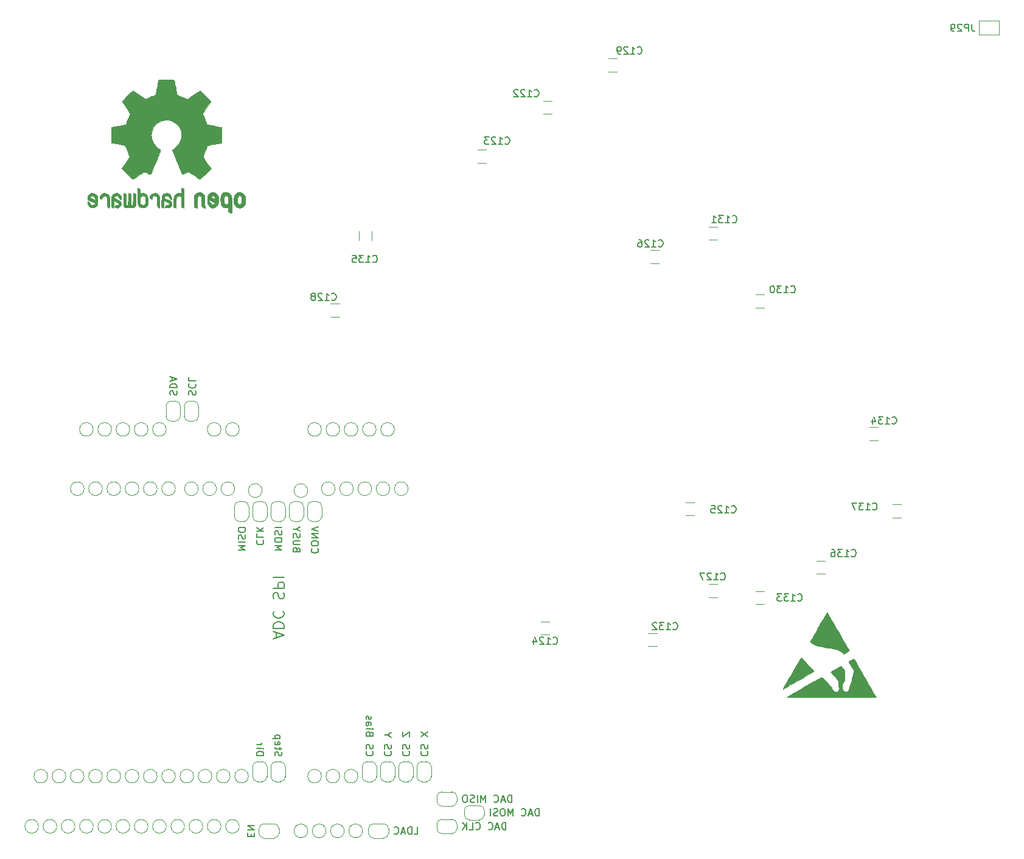
<source format=gbr>
G04 #@! TF.GenerationSoftware,KiCad,Pcbnew,5.1.6*
G04 #@! TF.CreationDate,2020-07-14T20:01:31+02:00*
G04 #@! TF.ProjectId,Mainboard,4d61696e-626f-4617-9264-2e6b69636164,rev?*
G04 #@! TF.SameCoordinates,Original*
G04 #@! TF.FileFunction,Legend,Bot*
G04 #@! TF.FilePolarity,Positive*
%FSLAX46Y46*%
G04 Gerber Fmt 4.6, Leading zero omitted, Abs format (unit mm)*
G04 Created by KiCad (PCBNEW 5.1.6) date 2020-07-14 20:01:31*
%MOMM*%
%LPD*%
G01*
G04 APERTURE LIST*
%ADD10C,0.150000*%
%ADD11C,0.200000*%
%ADD12C,0.120000*%
%ADD13C,0.010000*%
G04 APERTURE END LIST*
D10*
X112135238Y-95837023D02*
X112087619Y-95694166D01*
X112087619Y-95456071D01*
X112135238Y-95360833D01*
X112182857Y-95313214D01*
X112278095Y-95265595D01*
X112373333Y-95265595D01*
X112468571Y-95313214D01*
X112516190Y-95360833D01*
X112563809Y-95456071D01*
X112611428Y-95646547D01*
X112659047Y-95741785D01*
X112706666Y-95789404D01*
X112801904Y-95837023D01*
X112897142Y-95837023D01*
X112992380Y-95789404D01*
X113040000Y-95741785D01*
X113087619Y-95646547D01*
X113087619Y-95408452D01*
X113040000Y-95265595D01*
X112087619Y-94837023D02*
X113087619Y-94837023D01*
X113087619Y-94598928D01*
X113040000Y-94456071D01*
X112944761Y-94360833D01*
X112849523Y-94313214D01*
X112659047Y-94265595D01*
X112516190Y-94265595D01*
X112325714Y-94313214D01*
X112230476Y-94360833D01*
X112135238Y-94456071D01*
X112087619Y-94598928D01*
X112087619Y-94837023D01*
X112373333Y-93884642D02*
X112373333Y-93408452D01*
X112087619Y-93979880D02*
X113087619Y-93646547D01*
X112087619Y-93313214D01*
X114735238Y-95837023D02*
X114687619Y-95694166D01*
X114687619Y-95456071D01*
X114735238Y-95360833D01*
X114782857Y-95313214D01*
X114878095Y-95265595D01*
X114973333Y-95265595D01*
X115068571Y-95313214D01*
X115116190Y-95360833D01*
X115163809Y-95456071D01*
X115211428Y-95646547D01*
X115259047Y-95741785D01*
X115306666Y-95789404D01*
X115401904Y-95837023D01*
X115497142Y-95837023D01*
X115592380Y-95789404D01*
X115640000Y-95741785D01*
X115687619Y-95646547D01*
X115687619Y-95408452D01*
X115640000Y-95265595D01*
X114782857Y-94265595D02*
X114735238Y-94313214D01*
X114687619Y-94456071D01*
X114687619Y-94551309D01*
X114735238Y-94694166D01*
X114830476Y-94789404D01*
X114925714Y-94837023D01*
X115116190Y-94884642D01*
X115259047Y-94884642D01*
X115449523Y-94837023D01*
X115544761Y-94789404D01*
X115640000Y-94694166D01*
X115687619Y-94551309D01*
X115687619Y-94456071D01*
X115640000Y-94313214D01*
X115592380Y-94265595D01*
X114687619Y-93360833D02*
X114687619Y-93837023D01*
X115687619Y-93837023D01*
X123401428Y-157253095D02*
X123401428Y-156919761D01*
X122877619Y-156776904D02*
X122877619Y-157253095D01*
X123877619Y-157253095D01*
X123877619Y-156776904D01*
X122877619Y-156348333D02*
X123877619Y-156348333D01*
X122877619Y-155776904D01*
X123877619Y-155776904D01*
X124147619Y-146019404D02*
X125147619Y-146019404D01*
X125147619Y-145781309D01*
X125100000Y-145638452D01*
X125004761Y-145543214D01*
X124909523Y-145495595D01*
X124719047Y-145447976D01*
X124576190Y-145447976D01*
X124385714Y-145495595D01*
X124290476Y-145543214D01*
X124195238Y-145638452D01*
X124147619Y-145781309D01*
X124147619Y-146019404D01*
X124147619Y-145019404D02*
X124814285Y-145019404D01*
X125147619Y-145019404D02*
X125100000Y-145067023D01*
X125052380Y-145019404D01*
X125100000Y-144971785D01*
X125147619Y-145019404D01*
X125052380Y-145019404D01*
X124147619Y-144543214D02*
X124814285Y-144543214D01*
X124623809Y-144543214D02*
X124719047Y-144495595D01*
X124766666Y-144447976D01*
X124814285Y-144352738D01*
X124814285Y-144257500D01*
X126735238Y-146067023D02*
X126687619Y-145924166D01*
X126687619Y-145686071D01*
X126735238Y-145590833D01*
X126782857Y-145543214D01*
X126878095Y-145495595D01*
X126973333Y-145495595D01*
X127068571Y-145543214D01*
X127116190Y-145590833D01*
X127163809Y-145686071D01*
X127211428Y-145876547D01*
X127259047Y-145971785D01*
X127306666Y-146019404D01*
X127401904Y-146067023D01*
X127497142Y-146067023D01*
X127592380Y-146019404D01*
X127640000Y-145971785D01*
X127687619Y-145876547D01*
X127687619Y-145638452D01*
X127640000Y-145495595D01*
X127354285Y-145209880D02*
X127354285Y-144828928D01*
X127687619Y-145067023D02*
X126830476Y-145067023D01*
X126735238Y-145019404D01*
X126687619Y-144924166D01*
X126687619Y-144828928D01*
X126735238Y-144114642D02*
X126687619Y-144209880D01*
X126687619Y-144400357D01*
X126735238Y-144495595D01*
X126830476Y-144543214D01*
X127211428Y-144543214D01*
X127306666Y-144495595D01*
X127354285Y-144400357D01*
X127354285Y-144209880D01*
X127306666Y-144114642D01*
X127211428Y-144067023D01*
X127116190Y-144067023D01*
X127020952Y-144543214D01*
X127354285Y-143638452D02*
X126354285Y-143638452D01*
X127306666Y-143638452D02*
X127354285Y-143543214D01*
X127354285Y-143352738D01*
X127306666Y-143257500D01*
X127259047Y-143209880D01*
X127163809Y-143162261D01*
X126878095Y-143162261D01*
X126782857Y-143209880D01*
X126735238Y-143257500D01*
X126687619Y-143352738D01*
X126687619Y-143543214D01*
X126735238Y-143638452D01*
X146064880Y-156967380D02*
X146541071Y-156967380D01*
X146541071Y-155967380D01*
X145731547Y-156967380D02*
X145731547Y-155967380D01*
X145493452Y-155967380D01*
X145350595Y-156015000D01*
X145255357Y-156110238D01*
X145207738Y-156205476D01*
X145160119Y-156395952D01*
X145160119Y-156538809D01*
X145207738Y-156729285D01*
X145255357Y-156824523D01*
X145350595Y-156919761D01*
X145493452Y-156967380D01*
X145731547Y-156967380D01*
X144779166Y-156681666D02*
X144302976Y-156681666D01*
X144874404Y-156967380D02*
X144541071Y-155967380D01*
X144207738Y-156967380D01*
X143302976Y-156872142D02*
X143350595Y-156919761D01*
X143493452Y-156967380D01*
X143588690Y-156967380D01*
X143731547Y-156919761D01*
X143826785Y-156824523D01*
X143874404Y-156729285D01*
X143922023Y-156538809D01*
X143922023Y-156395952D01*
X143874404Y-156205476D01*
X143826785Y-156110238D01*
X143731547Y-156015000D01*
X143588690Y-155967380D01*
X143493452Y-155967380D01*
X143350595Y-156015000D01*
X143302976Y-156062619D01*
X158827976Y-156332380D02*
X158827976Y-155332380D01*
X158589880Y-155332380D01*
X158447023Y-155380000D01*
X158351785Y-155475238D01*
X158304166Y-155570476D01*
X158256547Y-155760952D01*
X158256547Y-155903809D01*
X158304166Y-156094285D01*
X158351785Y-156189523D01*
X158447023Y-156284761D01*
X158589880Y-156332380D01*
X158827976Y-156332380D01*
X157875595Y-156046666D02*
X157399404Y-156046666D01*
X157970833Y-156332380D02*
X157637500Y-155332380D01*
X157304166Y-156332380D01*
X156399404Y-156237142D02*
X156447023Y-156284761D01*
X156589880Y-156332380D01*
X156685119Y-156332380D01*
X156827976Y-156284761D01*
X156923214Y-156189523D01*
X156970833Y-156094285D01*
X157018452Y-155903809D01*
X157018452Y-155760952D01*
X156970833Y-155570476D01*
X156923214Y-155475238D01*
X156827976Y-155380000D01*
X156685119Y-155332380D01*
X156589880Y-155332380D01*
X156447023Y-155380000D01*
X156399404Y-155427619D01*
X154637500Y-156237142D02*
X154685119Y-156284761D01*
X154827976Y-156332380D01*
X154923214Y-156332380D01*
X155066071Y-156284761D01*
X155161309Y-156189523D01*
X155208928Y-156094285D01*
X155256547Y-155903809D01*
X155256547Y-155760952D01*
X155208928Y-155570476D01*
X155161309Y-155475238D01*
X155066071Y-155380000D01*
X154923214Y-155332380D01*
X154827976Y-155332380D01*
X154685119Y-155380000D01*
X154637500Y-155427619D01*
X153732738Y-156332380D02*
X154208928Y-156332380D01*
X154208928Y-155332380D01*
X153399404Y-156332380D02*
X153399404Y-155332380D01*
X152827976Y-156332380D02*
X153256547Y-155760952D01*
X152827976Y-155332380D02*
X153399404Y-155903809D01*
X163447500Y-154427380D02*
X163447500Y-153427380D01*
X163209404Y-153427380D01*
X163066547Y-153475000D01*
X162971309Y-153570238D01*
X162923690Y-153665476D01*
X162876071Y-153855952D01*
X162876071Y-153998809D01*
X162923690Y-154189285D01*
X162971309Y-154284523D01*
X163066547Y-154379761D01*
X163209404Y-154427380D01*
X163447500Y-154427380D01*
X162495119Y-154141666D02*
X162018928Y-154141666D01*
X162590357Y-154427380D02*
X162257023Y-153427380D01*
X161923690Y-154427380D01*
X161018928Y-154332142D02*
X161066547Y-154379761D01*
X161209404Y-154427380D01*
X161304642Y-154427380D01*
X161447500Y-154379761D01*
X161542738Y-154284523D01*
X161590357Y-154189285D01*
X161637976Y-153998809D01*
X161637976Y-153855952D01*
X161590357Y-153665476D01*
X161542738Y-153570238D01*
X161447500Y-153475000D01*
X161304642Y-153427380D01*
X161209404Y-153427380D01*
X161066547Y-153475000D01*
X161018928Y-153522619D01*
X159828452Y-154427380D02*
X159828452Y-153427380D01*
X159495119Y-154141666D01*
X159161785Y-153427380D01*
X159161785Y-154427380D01*
X158495119Y-153427380D02*
X158304642Y-153427380D01*
X158209404Y-153475000D01*
X158114166Y-153570238D01*
X158066547Y-153760714D01*
X158066547Y-154094047D01*
X158114166Y-154284523D01*
X158209404Y-154379761D01*
X158304642Y-154427380D01*
X158495119Y-154427380D01*
X158590357Y-154379761D01*
X158685595Y-154284523D01*
X158733214Y-154094047D01*
X158733214Y-153760714D01*
X158685595Y-153570238D01*
X158590357Y-153475000D01*
X158495119Y-153427380D01*
X157685595Y-154379761D02*
X157542738Y-154427380D01*
X157304642Y-154427380D01*
X157209404Y-154379761D01*
X157161785Y-154332142D01*
X157114166Y-154236904D01*
X157114166Y-154141666D01*
X157161785Y-154046428D01*
X157209404Y-153998809D01*
X157304642Y-153951190D01*
X157495119Y-153903571D01*
X157590357Y-153855952D01*
X157637976Y-153808333D01*
X157685595Y-153713095D01*
X157685595Y-153617857D01*
X157637976Y-153522619D01*
X157590357Y-153475000D01*
X157495119Y-153427380D01*
X157257023Y-153427380D01*
X157114166Y-153475000D01*
X156685595Y-154427380D02*
X156685595Y-153427380D01*
X159637500Y-152522380D02*
X159637500Y-151522380D01*
X159399404Y-151522380D01*
X159256547Y-151570000D01*
X159161309Y-151665238D01*
X159113690Y-151760476D01*
X159066071Y-151950952D01*
X159066071Y-152093809D01*
X159113690Y-152284285D01*
X159161309Y-152379523D01*
X159256547Y-152474761D01*
X159399404Y-152522380D01*
X159637500Y-152522380D01*
X158685119Y-152236666D02*
X158208928Y-152236666D01*
X158780357Y-152522380D02*
X158447023Y-151522380D01*
X158113690Y-152522380D01*
X157208928Y-152427142D02*
X157256547Y-152474761D01*
X157399404Y-152522380D01*
X157494642Y-152522380D01*
X157637500Y-152474761D01*
X157732738Y-152379523D01*
X157780357Y-152284285D01*
X157827976Y-152093809D01*
X157827976Y-151950952D01*
X157780357Y-151760476D01*
X157732738Y-151665238D01*
X157637500Y-151570000D01*
X157494642Y-151522380D01*
X157399404Y-151522380D01*
X157256547Y-151570000D01*
X157208928Y-151617619D01*
X156018452Y-152522380D02*
X156018452Y-151522380D01*
X155685119Y-152236666D01*
X155351785Y-151522380D01*
X155351785Y-152522380D01*
X154875595Y-152522380D02*
X154875595Y-151522380D01*
X154447023Y-152474761D02*
X154304166Y-152522380D01*
X154066071Y-152522380D01*
X153970833Y-152474761D01*
X153923214Y-152427142D01*
X153875595Y-152331904D01*
X153875595Y-152236666D01*
X153923214Y-152141428D01*
X153970833Y-152093809D01*
X154066071Y-152046190D01*
X154256547Y-151998571D01*
X154351785Y-151950952D01*
X154399404Y-151903333D01*
X154447023Y-151808095D01*
X154447023Y-151712857D01*
X154399404Y-151617619D01*
X154351785Y-151570000D01*
X154256547Y-151522380D01*
X154018452Y-151522380D01*
X153875595Y-151570000D01*
X153256547Y-151522380D02*
X153066071Y-151522380D01*
X152970833Y-151570000D01*
X152875595Y-151665238D01*
X152827976Y-151855714D01*
X152827976Y-152189047D01*
X152875595Y-152379523D01*
X152970833Y-152474761D01*
X153066071Y-152522380D01*
X153256547Y-152522380D01*
X153351785Y-152474761D01*
X153447023Y-152379523D01*
X153494642Y-152189047D01*
X153494642Y-151855714D01*
X153447023Y-151665238D01*
X153351785Y-151570000D01*
X153256547Y-151522380D01*
X147102857Y-145447976D02*
X147055238Y-145495595D01*
X147007619Y-145638452D01*
X147007619Y-145733690D01*
X147055238Y-145876547D01*
X147150476Y-145971785D01*
X147245714Y-146019404D01*
X147436190Y-146067023D01*
X147579047Y-146067023D01*
X147769523Y-146019404D01*
X147864761Y-145971785D01*
X147960000Y-145876547D01*
X148007619Y-145733690D01*
X148007619Y-145638452D01*
X147960000Y-145495595D01*
X147912380Y-145447976D01*
X147055238Y-145067023D02*
X147007619Y-144924166D01*
X147007619Y-144686071D01*
X147055238Y-144590833D01*
X147102857Y-144543214D01*
X147198095Y-144495595D01*
X147293333Y-144495595D01*
X147388571Y-144543214D01*
X147436190Y-144590833D01*
X147483809Y-144686071D01*
X147531428Y-144876547D01*
X147579047Y-144971785D01*
X147626666Y-145019404D01*
X147721904Y-145067023D01*
X147817142Y-145067023D01*
X147912380Y-145019404D01*
X147960000Y-144971785D01*
X148007619Y-144876547D01*
X148007619Y-144638452D01*
X147960000Y-144495595D01*
X148007619Y-143400357D02*
X147007619Y-142733690D01*
X148007619Y-142733690D02*
X147007619Y-143400357D01*
X144562857Y-145447976D02*
X144515238Y-145495595D01*
X144467619Y-145638452D01*
X144467619Y-145733690D01*
X144515238Y-145876547D01*
X144610476Y-145971785D01*
X144705714Y-146019404D01*
X144896190Y-146067023D01*
X145039047Y-146067023D01*
X145229523Y-146019404D01*
X145324761Y-145971785D01*
X145420000Y-145876547D01*
X145467619Y-145733690D01*
X145467619Y-145638452D01*
X145420000Y-145495595D01*
X145372380Y-145447976D01*
X144515238Y-145067023D02*
X144467619Y-144924166D01*
X144467619Y-144686071D01*
X144515238Y-144590833D01*
X144562857Y-144543214D01*
X144658095Y-144495595D01*
X144753333Y-144495595D01*
X144848571Y-144543214D01*
X144896190Y-144590833D01*
X144943809Y-144686071D01*
X144991428Y-144876547D01*
X145039047Y-144971785D01*
X145086666Y-145019404D01*
X145181904Y-145067023D01*
X145277142Y-145067023D01*
X145372380Y-145019404D01*
X145420000Y-144971785D01*
X145467619Y-144876547D01*
X145467619Y-144638452D01*
X145420000Y-144495595D01*
X145467619Y-143400357D02*
X145467619Y-142733690D01*
X144467619Y-143400357D01*
X144467619Y-142733690D01*
X142022857Y-145447976D02*
X141975238Y-145495595D01*
X141927619Y-145638452D01*
X141927619Y-145733690D01*
X141975238Y-145876547D01*
X142070476Y-145971785D01*
X142165714Y-146019404D01*
X142356190Y-146067023D01*
X142499047Y-146067023D01*
X142689523Y-146019404D01*
X142784761Y-145971785D01*
X142880000Y-145876547D01*
X142927619Y-145733690D01*
X142927619Y-145638452D01*
X142880000Y-145495595D01*
X142832380Y-145447976D01*
X141975238Y-145067023D02*
X141927619Y-144924166D01*
X141927619Y-144686071D01*
X141975238Y-144590833D01*
X142022857Y-144543214D01*
X142118095Y-144495595D01*
X142213333Y-144495595D01*
X142308571Y-144543214D01*
X142356190Y-144590833D01*
X142403809Y-144686071D01*
X142451428Y-144876547D01*
X142499047Y-144971785D01*
X142546666Y-145019404D01*
X142641904Y-145067023D01*
X142737142Y-145067023D01*
X142832380Y-145019404D01*
X142880000Y-144971785D01*
X142927619Y-144876547D01*
X142927619Y-144638452D01*
X142880000Y-144495595D01*
X142403809Y-143114642D02*
X141927619Y-143114642D01*
X142927619Y-143447976D02*
X142403809Y-143114642D01*
X142927619Y-142781309D01*
X139482857Y-145447976D02*
X139435238Y-145495595D01*
X139387619Y-145638452D01*
X139387619Y-145733690D01*
X139435238Y-145876547D01*
X139530476Y-145971785D01*
X139625714Y-146019404D01*
X139816190Y-146067023D01*
X139959047Y-146067023D01*
X140149523Y-146019404D01*
X140244761Y-145971785D01*
X140340000Y-145876547D01*
X140387619Y-145733690D01*
X140387619Y-145638452D01*
X140340000Y-145495595D01*
X140292380Y-145447976D01*
X139435238Y-145067023D02*
X139387619Y-144924166D01*
X139387619Y-144686071D01*
X139435238Y-144590833D01*
X139482857Y-144543214D01*
X139578095Y-144495595D01*
X139673333Y-144495595D01*
X139768571Y-144543214D01*
X139816190Y-144590833D01*
X139863809Y-144686071D01*
X139911428Y-144876547D01*
X139959047Y-144971785D01*
X140006666Y-145019404D01*
X140101904Y-145067023D01*
X140197142Y-145067023D01*
X140292380Y-145019404D01*
X140340000Y-144971785D01*
X140387619Y-144876547D01*
X140387619Y-144638452D01*
X140340000Y-144495595D01*
X139911428Y-142971785D02*
X139863809Y-142828928D01*
X139816190Y-142781309D01*
X139720952Y-142733690D01*
X139578095Y-142733690D01*
X139482857Y-142781309D01*
X139435238Y-142828928D01*
X139387619Y-142924166D01*
X139387619Y-143305119D01*
X140387619Y-143305119D01*
X140387619Y-142971785D01*
X140340000Y-142876547D01*
X140292380Y-142828928D01*
X140197142Y-142781309D01*
X140101904Y-142781309D01*
X140006666Y-142828928D01*
X139959047Y-142876547D01*
X139911428Y-142971785D01*
X139911428Y-143305119D01*
X139387619Y-142305119D02*
X140054285Y-142305119D01*
X140387619Y-142305119D02*
X140340000Y-142352738D01*
X140292380Y-142305119D01*
X140340000Y-142257500D01*
X140387619Y-142305119D01*
X140292380Y-142305119D01*
X139387619Y-141400357D02*
X139911428Y-141400357D01*
X140006666Y-141447976D01*
X140054285Y-141543214D01*
X140054285Y-141733690D01*
X140006666Y-141828928D01*
X139435238Y-141400357D02*
X139387619Y-141495595D01*
X139387619Y-141733690D01*
X139435238Y-141828928D01*
X139530476Y-141876547D01*
X139625714Y-141876547D01*
X139720952Y-141828928D01*
X139768571Y-141733690D01*
X139768571Y-141495595D01*
X139816190Y-141400357D01*
X139435238Y-140971785D02*
X139387619Y-140876547D01*
X139387619Y-140686071D01*
X139435238Y-140590833D01*
X139530476Y-140543214D01*
X139578095Y-140543214D01*
X139673333Y-140590833D01*
X139720952Y-140686071D01*
X139720952Y-140828928D01*
X139768571Y-140924166D01*
X139863809Y-140971785D01*
X139911428Y-140971785D01*
X140006666Y-140924166D01*
X140054285Y-140828928D01*
X140054285Y-140686071D01*
X140006666Y-140590833D01*
X131862857Y-117210357D02*
X131815238Y-117257976D01*
X131767619Y-117400833D01*
X131767619Y-117496071D01*
X131815238Y-117638928D01*
X131910476Y-117734166D01*
X132005714Y-117781785D01*
X132196190Y-117829404D01*
X132339047Y-117829404D01*
X132529523Y-117781785D01*
X132624761Y-117734166D01*
X132720000Y-117638928D01*
X132767619Y-117496071D01*
X132767619Y-117400833D01*
X132720000Y-117257976D01*
X132672380Y-117210357D01*
X132767619Y-116591309D02*
X132767619Y-116400833D01*
X132720000Y-116305595D01*
X132624761Y-116210357D01*
X132434285Y-116162738D01*
X132100952Y-116162738D01*
X131910476Y-116210357D01*
X131815238Y-116305595D01*
X131767619Y-116400833D01*
X131767619Y-116591309D01*
X131815238Y-116686547D01*
X131910476Y-116781785D01*
X132100952Y-116829404D01*
X132434285Y-116829404D01*
X132624761Y-116781785D01*
X132720000Y-116686547D01*
X132767619Y-116591309D01*
X131767619Y-115734166D02*
X132767619Y-115734166D01*
X131767619Y-115162738D01*
X132767619Y-115162738D01*
X132767619Y-114829404D02*
X131767619Y-114496071D01*
X132767619Y-114162738D01*
X129751428Y-117353214D02*
X129703809Y-117210357D01*
X129656190Y-117162738D01*
X129560952Y-117115119D01*
X129418095Y-117115119D01*
X129322857Y-117162738D01*
X129275238Y-117210357D01*
X129227619Y-117305595D01*
X129227619Y-117686547D01*
X130227619Y-117686547D01*
X130227619Y-117353214D01*
X130180000Y-117257976D01*
X130132380Y-117210357D01*
X130037142Y-117162738D01*
X129941904Y-117162738D01*
X129846666Y-117210357D01*
X129799047Y-117257976D01*
X129751428Y-117353214D01*
X129751428Y-117686547D01*
X130227619Y-116686547D02*
X129418095Y-116686547D01*
X129322857Y-116638928D01*
X129275238Y-116591309D01*
X129227619Y-116496071D01*
X129227619Y-116305595D01*
X129275238Y-116210357D01*
X129322857Y-116162738D01*
X129418095Y-116115119D01*
X130227619Y-116115119D01*
X129275238Y-115686547D02*
X129227619Y-115543690D01*
X129227619Y-115305595D01*
X129275238Y-115210357D01*
X129322857Y-115162738D01*
X129418095Y-115115119D01*
X129513333Y-115115119D01*
X129608571Y-115162738D01*
X129656190Y-115210357D01*
X129703809Y-115305595D01*
X129751428Y-115496071D01*
X129799047Y-115591309D01*
X129846666Y-115638928D01*
X129941904Y-115686547D01*
X130037142Y-115686547D01*
X130132380Y-115638928D01*
X130180000Y-115591309D01*
X130227619Y-115496071D01*
X130227619Y-115257976D01*
X130180000Y-115115119D01*
X129703809Y-114496071D02*
X129227619Y-114496071D01*
X130227619Y-114829404D02*
X129703809Y-114496071D01*
X130227619Y-114162738D01*
X126687619Y-117448452D02*
X127687619Y-117448452D01*
X126973333Y-117115119D01*
X127687619Y-116781785D01*
X126687619Y-116781785D01*
X127687619Y-116115119D02*
X127687619Y-115924642D01*
X127640000Y-115829404D01*
X127544761Y-115734166D01*
X127354285Y-115686547D01*
X127020952Y-115686547D01*
X126830476Y-115734166D01*
X126735238Y-115829404D01*
X126687619Y-115924642D01*
X126687619Y-116115119D01*
X126735238Y-116210357D01*
X126830476Y-116305595D01*
X127020952Y-116353214D01*
X127354285Y-116353214D01*
X127544761Y-116305595D01*
X127640000Y-116210357D01*
X127687619Y-116115119D01*
X126735238Y-115305595D02*
X126687619Y-115162738D01*
X126687619Y-114924642D01*
X126735238Y-114829404D01*
X126782857Y-114781785D01*
X126878095Y-114734166D01*
X126973333Y-114734166D01*
X127068571Y-114781785D01*
X127116190Y-114829404D01*
X127163809Y-114924642D01*
X127211428Y-115115119D01*
X127259047Y-115210357D01*
X127306666Y-115257976D01*
X127401904Y-115305595D01*
X127497142Y-115305595D01*
X127592380Y-115257976D01*
X127640000Y-115210357D01*
X127687619Y-115115119D01*
X127687619Y-114877023D01*
X127640000Y-114734166D01*
X126687619Y-114305595D02*
X127687619Y-114305595D01*
X124242857Y-116067500D02*
X124195238Y-116115119D01*
X124147619Y-116257976D01*
X124147619Y-116353214D01*
X124195238Y-116496071D01*
X124290476Y-116591309D01*
X124385714Y-116638928D01*
X124576190Y-116686547D01*
X124719047Y-116686547D01*
X124909523Y-116638928D01*
X125004761Y-116591309D01*
X125100000Y-116496071D01*
X125147619Y-116353214D01*
X125147619Y-116257976D01*
X125100000Y-116115119D01*
X125052380Y-116067500D01*
X124147619Y-115162738D02*
X124147619Y-115638928D01*
X125147619Y-115638928D01*
X124147619Y-114829404D02*
X125147619Y-114829404D01*
X124147619Y-114257976D02*
X124719047Y-114686547D01*
X125147619Y-114257976D02*
X124576190Y-114829404D01*
X121607619Y-117448452D02*
X122607619Y-117448452D01*
X121893333Y-117115119D01*
X122607619Y-116781785D01*
X121607619Y-116781785D01*
X121607619Y-116305595D02*
X122607619Y-116305595D01*
X121655238Y-115877023D02*
X121607619Y-115734166D01*
X121607619Y-115496071D01*
X121655238Y-115400833D01*
X121702857Y-115353214D01*
X121798095Y-115305595D01*
X121893333Y-115305595D01*
X121988571Y-115353214D01*
X122036190Y-115400833D01*
X122083809Y-115496071D01*
X122131428Y-115686547D01*
X122179047Y-115781785D01*
X122226666Y-115829404D01*
X122321904Y-115877023D01*
X122417142Y-115877023D01*
X122512380Y-115829404D01*
X122560000Y-115781785D01*
X122607619Y-115686547D01*
X122607619Y-115448452D01*
X122560000Y-115305595D01*
X122607619Y-114686547D02*
X122607619Y-114496071D01*
X122560000Y-114400833D01*
X122464761Y-114305595D01*
X122274285Y-114257976D01*
X121940952Y-114257976D01*
X121750476Y-114305595D01*
X121655238Y-114400833D01*
X121607619Y-114496071D01*
X121607619Y-114686547D01*
X121655238Y-114781785D01*
X121750476Y-114877023D01*
X121940952Y-114924642D01*
X122274285Y-114924642D01*
X122464761Y-114877023D01*
X122560000Y-114781785D01*
X122607619Y-114686547D01*
D11*
X126890000Y-129650000D02*
X126890000Y-128935714D01*
X126461428Y-129792857D02*
X127961428Y-129292857D01*
X126461428Y-128792857D01*
X126461428Y-128292857D02*
X127961428Y-128292857D01*
X127961428Y-127935714D01*
X127890000Y-127721428D01*
X127747142Y-127578571D01*
X127604285Y-127507142D01*
X127318571Y-127435714D01*
X127104285Y-127435714D01*
X126818571Y-127507142D01*
X126675714Y-127578571D01*
X126532857Y-127721428D01*
X126461428Y-127935714D01*
X126461428Y-128292857D01*
X126604285Y-125935714D02*
X126532857Y-126007142D01*
X126461428Y-126221428D01*
X126461428Y-126364285D01*
X126532857Y-126578571D01*
X126675714Y-126721428D01*
X126818571Y-126792857D01*
X127104285Y-126864285D01*
X127318571Y-126864285D01*
X127604285Y-126792857D01*
X127747142Y-126721428D01*
X127890000Y-126578571D01*
X127961428Y-126364285D01*
X127961428Y-126221428D01*
X127890000Y-126007142D01*
X127818571Y-125935714D01*
X126532857Y-124221428D02*
X126461428Y-124007142D01*
X126461428Y-123650000D01*
X126532857Y-123507142D01*
X126604285Y-123435714D01*
X126747142Y-123364285D01*
X126890000Y-123364285D01*
X127032857Y-123435714D01*
X127104285Y-123507142D01*
X127175714Y-123650000D01*
X127247142Y-123935714D01*
X127318571Y-124078571D01*
X127390000Y-124150000D01*
X127532857Y-124221428D01*
X127675714Y-124221428D01*
X127818571Y-124150000D01*
X127890000Y-124078571D01*
X127961428Y-123935714D01*
X127961428Y-123578571D01*
X127890000Y-123364285D01*
X126461428Y-122721428D02*
X127961428Y-122721428D01*
X127961428Y-122150000D01*
X127890000Y-122007142D01*
X127818571Y-121935714D01*
X127675714Y-121864285D01*
X127461428Y-121864285D01*
X127318571Y-121935714D01*
X127247142Y-122007142D01*
X127175714Y-122150000D01*
X127175714Y-122721428D01*
X126461428Y-121221428D02*
X127961428Y-121221428D01*
D12*
X100150000Y-108890000D02*
G75*
G03*
X100150000Y-108890000I-950000J0D01*
G01*
D13*
G36*
X111241643Y-51979997D02*
G01*
X110978323Y-51981439D01*
X110787754Y-51985342D01*
X110657655Y-51992937D01*
X110575743Y-52005450D01*
X110529734Y-52024111D01*
X110507347Y-52050148D01*
X110496298Y-52084788D01*
X110495224Y-52089272D01*
X110478441Y-52170189D01*
X110447375Y-52329842D01*
X110405258Y-52551238D01*
X110355321Y-52817385D01*
X110300797Y-53111290D01*
X110298893Y-53121612D01*
X110244277Y-53409636D01*
X110193178Y-53664115D01*
X110148894Y-53869785D01*
X110114721Y-54011385D01*
X110093957Y-54073650D01*
X110092967Y-54074753D01*
X110031801Y-54105159D01*
X109905690Y-54155828D01*
X109741869Y-54215822D01*
X109740957Y-54216142D01*
X109534612Y-54293704D01*
X109291340Y-54392507D01*
X109062031Y-54491848D01*
X109051178Y-54496760D01*
X108677683Y-54666276D01*
X107850635Y-54101495D01*
X107596923Y-53929320D01*
X107367098Y-53775395D01*
X107174475Y-53648474D01*
X107032368Y-53557309D01*
X106954093Y-53510655D01*
X106946660Y-53507195D01*
X106889776Y-53522600D01*
X106783531Y-53596927D01*
X106623781Y-53733681D01*
X106406384Y-53936368D01*
X106184452Y-54152008D01*
X105970509Y-54364503D01*
X105779031Y-54558410D01*
X105621545Y-54721754D01*
X105509578Y-54842561D01*
X105454657Y-54908855D01*
X105452614Y-54912268D01*
X105446542Y-54957761D01*
X105469416Y-55032056D01*
X105526885Y-55145186D01*
X105624601Y-55307185D01*
X105768216Y-55528086D01*
X105959667Y-55812460D01*
X106129577Y-56062759D01*
X106281462Y-56287250D01*
X106406545Y-56472900D01*
X106496051Y-56606675D01*
X106541200Y-56675542D01*
X106544042Y-56680218D01*
X106538530Y-56746201D01*
X106496745Y-56874448D01*
X106427003Y-57040720D01*
X106402146Y-57093819D01*
X106293689Y-57330377D01*
X106177980Y-57598789D01*
X106083985Y-57831035D01*
X106016255Y-58003407D01*
X105962457Y-58134403D01*
X105931369Y-58202867D01*
X105927504Y-58208142D01*
X105870329Y-58216880D01*
X105735552Y-58240823D01*
X105541094Y-58276562D01*
X105304875Y-58320689D01*
X105044816Y-58369795D01*
X104778837Y-58420472D01*
X104524857Y-58469313D01*
X104300799Y-58512909D01*
X104124580Y-58547851D01*
X104014123Y-58570732D01*
X103987030Y-58577201D01*
X103959044Y-58593167D01*
X103937919Y-58629227D01*
X103922703Y-58697552D01*
X103912447Y-58810315D01*
X103906200Y-58979686D01*
X103903012Y-59217838D01*
X103901933Y-59536942D01*
X103901877Y-59667741D01*
X103901877Y-60731511D01*
X104157337Y-60781933D01*
X104299463Y-60809273D01*
X104511550Y-60849182D01*
X104767807Y-60896845D01*
X105042442Y-60947446D01*
X105118352Y-60961344D01*
X105371779Y-61010617D01*
X105592553Y-61059070D01*
X105762143Y-61102215D01*
X105862020Y-61135563D01*
X105878657Y-61145502D01*
X105919511Y-61215891D01*
X105978087Y-61352283D01*
X106043045Y-61527805D01*
X106055929Y-61565613D01*
X106141066Y-61800030D01*
X106246744Y-62064524D01*
X106350160Y-62302041D01*
X106350670Y-62303144D01*
X106522888Y-62675733D01*
X105956476Y-63508893D01*
X105390065Y-64342053D01*
X106117298Y-65070500D01*
X106337252Y-65287302D01*
X106537868Y-65478414D01*
X106707878Y-65633636D01*
X106836015Y-65742764D01*
X106911011Y-65795595D01*
X106921769Y-65798947D01*
X106984933Y-65772549D01*
X107113820Y-65699160D01*
X107294351Y-65587484D01*
X107512446Y-65446224D01*
X107748246Y-65288027D01*
X107987564Y-65126664D01*
X108200941Y-64986252D01*
X108374825Y-64875431D01*
X108495666Y-64802838D01*
X108549737Y-64777108D01*
X108615706Y-64798880D01*
X108740802Y-64856251D01*
X108899220Y-64937300D01*
X108916013Y-64946309D01*
X109129348Y-65053300D01*
X109275636Y-65105772D01*
X109366620Y-65106330D01*
X109414041Y-65057580D01*
X109414317Y-65056897D01*
X109438020Y-64999164D01*
X109494551Y-64862115D01*
X109579526Y-64656357D01*
X109688562Y-64392498D01*
X109817276Y-64081144D01*
X109961285Y-63732904D01*
X110100749Y-63395744D01*
X110254020Y-63023666D01*
X110394749Y-62678987D01*
X110518718Y-62372271D01*
X110621709Y-62114085D01*
X110699504Y-61914994D01*
X110747886Y-61785565D01*
X110762796Y-61737261D01*
X110725406Y-61681850D01*
X110627602Y-61593538D01*
X110497185Y-61496174D01*
X110125777Y-61188253D01*
X109835470Y-60835304D01*
X109629744Y-60444761D01*
X109512077Y-60024057D01*
X109485949Y-59580629D01*
X109504940Y-59375958D01*
X109608417Y-58951323D01*
X109786627Y-58576336D01*
X110028518Y-58254696D01*
X110323037Y-57990101D01*
X110659129Y-57786250D01*
X111025742Y-57646842D01*
X111411823Y-57575574D01*
X111806319Y-57576145D01*
X112198175Y-57652254D01*
X112576340Y-57807599D01*
X112929760Y-58045879D01*
X113077273Y-58180639D01*
X113360184Y-58526679D01*
X113557168Y-58904826D01*
X113669536Y-59304055D01*
X113698599Y-59713345D01*
X113645669Y-60121672D01*
X113512057Y-60518013D01*
X113299075Y-60891345D01*
X113008034Y-61230645D01*
X112682814Y-61496174D01*
X112547348Y-61597671D01*
X112451651Y-61685025D01*
X112417203Y-61737343D01*
X112435240Y-61794398D01*
X112486538Y-61930698D01*
X112566876Y-62135678D01*
X112672036Y-62398772D01*
X112797796Y-62709416D01*
X112939937Y-63057043D01*
X113079635Y-63395826D01*
X113233759Y-63768222D01*
X113376518Y-64113307D01*
X113503529Y-64420477D01*
X113610411Y-64679125D01*
X113692780Y-64878647D01*
X113746253Y-65008435D01*
X113766067Y-65056897D01*
X113812876Y-65106129D01*
X113903417Y-65105985D01*
X114049342Y-65053877D01*
X114262302Y-64947216D01*
X114263986Y-64946309D01*
X114424330Y-64863536D01*
X114553948Y-64803242D01*
X114627037Y-64777346D01*
X114630263Y-64777108D01*
X114685284Y-64803374D01*
X114806757Y-64876416D01*
X114981129Y-64987595D01*
X115194850Y-65128273D01*
X115431753Y-65288027D01*
X115672945Y-65449779D01*
X115890326Y-65590450D01*
X116069816Y-65701335D01*
X116197336Y-65773730D01*
X116258230Y-65798947D01*
X116314303Y-65765803D01*
X116427040Y-65673173D01*
X116585177Y-65531257D01*
X116777449Y-65350255D01*
X116992591Y-65140369D01*
X117062952Y-65070249D01*
X117790434Y-64341552D01*
X117236705Y-63528900D01*
X117068423Y-63279342D01*
X116920729Y-63055366D01*
X116801910Y-62869949D01*
X116720250Y-62736065D01*
X116684036Y-62666690D01*
X116682975Y-62661755D01*
X116702067Y-62596364D01*
X116753418Y-62464825D01*
X116828140Y-62289181D01*
X116880588Y-62171591D01*
X116978654Y-61946461D01*
X117071007Y-61719015D01*
X117142606Y-61526839D01*
X117162056Y-61468295D01*
X117217314Y-61311956D01*
X117271331Y-61191158D01*
X117301001Y-61145502D01*
X117366476Y-61117561D01*
X117509376Y-61077951D01*
X117711161Y-61031162D01*
X117953288Y-60981683D01*
X118061647Y-60961344D01*
X118336811Y-60910781D01*
X118600746Y-60861822D01*
X118827659Y-60819281D01*
X118991761Y-60787975D01*
X119022662Y-60781933D01*
X119278122Y-60731511D01*
X119278122Y-59667741D01*
X119277548Y-59317950D01*
X119275193Y-59053300D01*
X119270107Y-58861622D01*
X119261339Y-58730744D01*
X119247938Y-58648493D01*
X119228954Y-58602698D01*
X119203438Y-58581188D01*
X119192969Y-58577201D01*
X119129826Y-58563056D01*
X118990325Y-58534834D01*
X118792389Y-58495943D01*
X118553935Y-58449792D01*
X118292886Y-58399788D01*
X118027161Y-58349341D01*
X117774681Y-58301858D01*
X117553365Y-58260748D01*
X117381134Y-58229419D01*
X117275908Y-58211278D01*
X117252495Y-58208142D01*
X117231284Y-58166173D01*
X117184332Y-58054370D01*
X117120419Y-57893888D01*
X117096014Y-57831035D01*
X116997580Y-57588203D01*
X116881666Y-57319918D01*
X116777853Y-57093819D01*
X116701465Y-56920935D01*
X116650644Y-56778877D01*
X116633679Y-56691878D01*
X116636384Y-56680218D01*
X116672239Y-56625170D01*
X116754108Y-56502739D01*
X116873205Y-56325962D01*
X117020742Y-56107877D01*
X117187931Y-55861520D01*
X117220990Y-55812891D01*
X117414980Y-55524773D01*
X117557579Y-55305377D01*
X117654473Y-55144602D01*
X117711346Y-55032346D01*
X117733884Y-54958510D01*
X117727772Y-54912990D01*
X117727616Y-54912700D01*
X117679511Y-54852910D01*
X117573111Y-54737319D01*
X117419948Y-54577909D01*
X117231555Y-54386665D01*
X117019465Y-54175568D01*
X116995547Y-54152008D01*
X116728262Y-53893172D01*
X116521992Y-53703117D01*
X116372592Y-53578337D01*
X116275920Y-53515327D01*
X116233339Y-53507195D01*
X116171196Y-53542672D01*
X116042237Y-53624623D01*
X115859778Y-53744292D01*
X115637133Y-53892926D01*
X115387616Y-54061772D01*
X115329364Y-54101495D01*
X114502316Y-54666276D01*
X114128821Y-54496760D01*
X113901684Y-54397971D01*
X113657872Y-54298617D01*
X113448275Y-54219401D01*
X113439042Y-54216142D01*
X113275095Y-54156129D01*
X113148715Y-54105382D01*
X113087137Y-54074841D01*
X113087032Y-54074753D01*
X113067493Y-54019548D01*
X113034279Y-53883779D01*
X112990687Y-53682709D01*
X112940016Y-53431599D01*
X112885561Y-53145713D01*
X112881106Y-53121612D01*
X112826482Y-52827059D01*
X112776336Y-52559684D01*
X112733898Y-52336480D01*
X112702402Y-52174439D01*
X112685077Y-52090553D01*
X112684775Y-52089272D01*
X112674232Y-52053588D01*
X112653731Y-52026646D01*
X112610989Y-52007218D01*
X112533724Y-51994075D01*
X112409652Y-51985989D01*
X112226491Y-51981732D01*
X111971958Y-51980075D01*
X111633769Y-51979790D01*
X111590000Y-51979790D01*
X111241643Y-51979997D01*
G37*
X111241643Y-51979997D02*
X110978323Y-51981439D01*
X110787754Y-51985342D01*
X110657655Y-51992937D01*
X110575743Y-52005450D01*
X110529734Y-52024111D01*
X110507347Y-52050148D01*
X110496298Y-52084788D01*
X110495224Y-52089272D01*
X110478441Y-52170189D01*
X110447375Y-52329842D01*
X110405258Y-52551238D01*
X110355321Y-52817385D01*
X110300797Y-53111290D01*
X110298893Y-53121612D01*
X110244277Y-53409636D01*
X110193178Y-53664115D01*
X110148894Y-53869785D01*
X110114721Y-54011385D01*
X110093957Y-54073650D01*
X110092967Y-54074753D01*
X110031801Y-54105159D01*
X109905690Y-54155828D01*
X109741869Y-54215822D01*
X109740957Y-54216142D01*
X109534612Y-54293704D01*
X109291340Y-54392507D01*
X109062031Y-54491848D01*
X109051178Y-54496760D01*
X108677683Y-54666276D01*
X107850635Y-54101495D01*
X107596923Y-53929320D01*
X107367098Y-53775395D01*
X107174475Y-53648474D01*
X107032368Y-53557309D01*
X106954093Y-53510655D01*
X106946660Y-53507195D01*
X106889776Y-53522600D01*
X106783531Y-53596927D01*
X106623781Y-53733681D01*
X106406384Y-53936368D01*
X106184452Y-54152008D01*
X105970509Y-54364503D01*
X105779031Y-54558410D01*
X105621545Y-54721754D01*
X105509578Y-54842561D01*
X105454657Y-54908855D01*
X105452614Y-54912268D01*
X105446542Y-54957761D01*
X105469416Y-55032056D01*
X105526885Y-55145186D01*
X105624601Y-55307185D01*
X105768216Y-55528086D01*
X105959667Y-55812460D01*
X106129577Y-56062759D01*
X106281462Y-56287250D01*
X106406545Y-56472900D01*
X106496051Y-56606675D01*
X106541200Y-56675542D01*
X106544042Y-56680218D01*
X106538530Y-56746201D01*
X106496745Y-56874448D01*
X106427003Y-57040720D01*
X106402146Y-57093819D01*
X106293689Y-57330377D01*
X106177980Y-57598789D01*
X106083985Y-57831035D01*
X106016255Y-58003407D01*
X105962457Y-58134403D01*
X105931369Y-58202867D01*
X105927504Y-58208142D01*
X105870329Y-58216880D01*
X105735552Y-58240823D01*
X105541094Y-58276562D01*
X105304875Y-58320689D01*
X105044816Y-58369795D01*
X104778837Y-58420472D01*
X104524857Y-58469313D01*
X104300799Y-58512909D01*
X104124580Y-58547851D01*
X104014123Y-58570732D01*
X103987030Y-58577201D01*
X103959044Y-58593167D01*
X103937919Y-58629227D01*
X103922703Y-58697552D01*
X103912447Y-58810315D01*
X103906200Y-58979686D01*
X103903012Y-59217838D01*
X103901933Y-59536942D01*
X103901877Y-59667741D01*
X103901877Y-60731511D01*
X104157337Y-60781933D01*
X104299463Y-60809273D01*
X104511550Y-60849182D01*
X104767807Y-60896845D01*
X105042442Y-60947446D01*
X105118352Y-60961344D01*
X105371779Y-61010617D01*
X105592553Y-61059070D01*
X105762143Y-61102215D01*
X105862020Y-61135563D01*
X105878657Y-61145502D01*
X105919511Y-61215891D01*
X105978087Y-61352283D01*
X106043045Y-61527805D01*
X106055929Y-61565613D01*
X106141066Y-61800030D01*
X106246744Y-62064524D01*
X106350160Y-62302041D01*
X106350670Y-62303144D01*
X106522888Y-62675733D01*
X105956476Y-63508893D01*
X105390065Y-64342053D01*
X106117298Y-65070500D01*
X106337252Y-65287302D01*
X106537868Y-65478414D01*
X106707878Y-65633636D01*
X106836015Y-65742764D01*
X106911011Y-65795595D01*
X106921769Y-65798947D01*
X106984933Y-65772549D01*
X107113820Y-65699160D01*
X107294351Y-65587484D01*
X107512446Y-65446224D01*
X107748246Y-65288027D01*
X107987564Y-65126664D01*
X108200941Y-64986252D01*
X108374825Y-64875431D01*
X108495666Y-64802838D01*
X108549737Y-64777108D01*
X108615706Y-64798880D01*
X108740802Y-64856251D01*
X108899220Y-64937300D01*
X108916013Y-64946309D01*
X109129348Y-65053300D01*
X109275636Y-65105772D01*
X109366620Y-65106330D01*
X109414041Y-65057580D01*
X109414317Y-65056897D01*
X109438020Y-64999164D01*
X109494551Y-64862115D01*
X109579526Y-64656357D01*
X109688562Y-64392498D01*
X109817276Y-64081144D01*
X109961285Y-63732904D01*
X110100749Y-63395744D01*
X110254020Y-63023666D01*
X110394749Y-62678987D01*
X110518718Y-62372271D01*
X110621709Y-62114085D01*
X110699504Y-61914994D01*
X110747886Y-61785565D01*
X110762796Y-61737261D01*
X110725406Y-61681850D01*
X110627602Y-61593538D01*
X110497185Y-61496174D01*
X110125777Y-61188253D01*
X109835470Y-60835304D01*
X109629744Y-60444761D01*
X109512077Y-60024057D01*
X109485949Y-59580629D01*
X109504940Y-59375958D01*
X109608417Y-58951323D01*
X109786627Y-58576336D01*
X110028518Y-58254696D01*
X110323037Y-57990101D01*
X110659129Y-57786250D01*
X111025742Y-57646842D01*
X111411823Y-57575574D01*
X111806319Y-57576145D01*
X112198175Y-57652254D01*
X112576340Y-57807599D01*
X112929760Y-58045879D01*
X113077273Y-58180639D01*
X113360184Y-58526679D01*
X113557168Y-58904826D01*
X113669536Y-59304055D01*
X113698599Y-59713345D01*
X113645669Y-60121672D01*
X113512057Y-60518013D01*
X113299075Y-60891345D01*
X113008034Y-61230645D01*
X112682814Y-61496174D01*
X112547348Y-61597671D01*
X112451651Y-61685025D01*
X112417203Y-61737343D01*
X112435240Y-61794398D01*
X112486538Y-61930698D01*
X112566876Y-62135678D01*
X112672036Y-62398772D01*
X112797796Y-62709416D01*
X112939937Y-63057043D01*
X113079635Y-63395826D01*
X113233759Y-63768222D01*
X113376518Y-64113307D01*
X113503529Y-64420477D01*
X113610411Y-64679125D01*
X113692780Y-64878647D01*
X113746253Y-65008435D01*
X113766067Y-65056897D01*
X113812876Y-65106129D01*
X113903417Y-65105985D01*
X114049342Y-65053877D01*
X114262302Y-64947216D01*
X114263986Y-64946309D01*
X114424330Y-64863536D01*
X114553948Y-64803242D01*
X114627037Y-64777346D01*
X114630263Y-64777108D01*
X114685284Y-64803374D01*
X114806757Y-64876416D01*
X114981129Y-64987595D01*
X115194850Y-65128273D01*
X115431753Y-65288027D01*
X115672945Y-65449779D01*
X115890326Y-65590450D01*
X116069816Y-65701335D01*
X116197336Y-65773730D01*
X116258230Y-65798947D01*
X116314303Y-65765803D01*
X116427040Y-65673173D01*
X116585177Y-65531257D01*
X116777449Y-65350255D01*
X116992591Y-65140369D01*
X117062952Y-65070249D01*
X117790434Y-64341552D01*
X117236705Y-63528900D01*
X117068423Y-63279342D01*
X116920729Y-63055366D01*
X116801910Y-62869949D01*
X116720250Y-62736065D01*
X116684036Y-62666690D01*
X116682975Y-62661755D01*
X116702067Y-62596364D01*
X116753418Y-62464825D01*
X116828140Y-62289181D01*
X116880588Y-62171591D01*
X116978654Y-61946461D01*
X117071007Y-61719015D01*
X117142606Y-61526839D01*
X117162056Y-61468295D01*
X117217314Y-61311956D01*
X117271331Y-61191158D01*
X117301001Y-61145502D01*
X117366476Y-61117561D01*
X117509376Y-61077951D01*
X117711161Y-61031162D01*
X117953288Y-60981683D01*
X118061647Y-60961344D01*
X118336811Y-60910781D01*
X118600746Y-60861822D01*
X118827659Y-60819281D01*
X118991761Y-60787975D01*
X119022662Y-60781933D01*
X119278122Y-60731511D01*
X119278122Y-59667741D01*
X119277548Y-59317950D01*
X119275193Y-59053300D01*
X119270107Y-58861622D01*
X119261339Y-58730744D01*
X119247938Y-58648493D01*
X119228954Y-58602698D01*
X119203438Y-58581188D01*
X119192969Y-58577201D01*
X119129826Y-58563056D01*
X118990325Y-58534834D01*
X118792389Y-58495943D01*
X118553935Y-58449792D01*
X118292886Y-58399788D01*
X118027161Y-58349341D01*
X117774681Y-58301858D01*
X117553365Y-58260748D01*
X117381134Y-58229419D01*
X117275908Y-58211278D01*
X117252495Y-58208142D01*
X117231284Y-58166173D01*
X117184332Y-58054370D01*
X117120419Y-57893888D01*
X117096014Y-57831035D01*
X116997580Y-57588203D01*
X116881666Y-57319918D01*
X116777853Y-57093819D01*
X116701465Y-56920935D01*
X116650644Y-56778877D01*
X116633679Y-56691878D01*
X116636384Y-56680218D01*
X116672239Y-56625170D01*
X116754108Y-56502739D01*
X116873205Y-56325962D01*
X117020742Y-56107877D01*
X117187931Y-55861520D01*
X117220990Y-55812891D01*
X117414980Y-55524773D01*
X117557579Y-55305377D01*
X117654473Y-55144602D01*
X117711346Y-55032346D01*
X117733884Y-54958510D01*
X117727772Y-54912990D01*
X117727616Y-54912700D01*
X117679511Y-54852910D01*
X117573111Y-54737319D01*
X117419948Y-54577909D01*
X117231555Y-54386665D01*
X117019465Y-54175568D01*
X116995547Y-54152008D01*
X116728262Y-53893172D01*
X116521992Y-53703117D01*
X116372592Y-53578337D01*
X116275920Y-53515327D01*
X116233339Y-53507195D01*
X116171196Y-53542672D01*
X116042237Y-53624623D01*
X115859778Y-53744292D01*
X115637133Y-53892926D01*
X115387616Y-54061772D01*
X115329364Y-54101495D01*
X114502316Y-54666276D01*
X114128821Y-54496760D01*
X113901684Y-54397971D01*
X113657872Y-54298617D01*
X113448275Y-54219401D01*
X113439042Y-54216142D01*
X113275095Y-54156129D01*
X113148715Y-54105382D01*
X113087137Y-54074841D01*
X113087032Y-54074753D01*
X113067493Y-54019548D01*
X113034279Y-53883779D01*
X112990687Y-53682709D01*
X112940016Y-53431599D01*
X112885561Y-53145713D01*
X112881106Y-53121612D01*
X112826482Y-52827059D01*
X112776336Y-52559684D01*
X112733898Y-52336480D01*
X112702402Y-52174439D01*
X112685077Y-52090553D01*
X112684775Y-52089272D01*
X112674232Y-52053588D01*
X112653731Y-52026646D01*
X112610989Y-52007218D01*
X112533724Y-51994075D01*
X112409652Y-51985989D01*
X112226491Y-51981732D01*
X111971958Y-51980075D01*
X111633769Y-51979790D01*
X111590000Y-51979790D01*
X111241643Y-51979997D01*
G36*
X101017601Y-67819233D02*
G01*
X100825083Y-67945057D01*
X100732226Y-68057696D01*
X100658660Y-68262092D01*
X100652817Y-68423830D01*
X100666053Y-68640094D01*
X101164808Y-68858398D01*
X101407315Y-68969930D01*
X101565771Y-69059650D01*
X101648164Y-69137361D01*
X101662482Y-69212867D01*
X101616713Y-69295971D01*
X101566245Y-69351054D01*
X101419395Y-69439389D01*
X101259672Y-69445579D01*
X101112980Y-69376735D01*
X101005219Y-69239972D01*
X100985945Y-69191680D01*
X100893624Y-69040848D01*
X100787412Y-68976567D01*
X100641724Y-68921576D01*
X100641724Y-69130057D01*
X100654604Y-69271926D01*
X100705057Y-69391563D01*
X100810803Y-69528927D01*
X100826520Y-69546777D01*
X100944145Y-69668986D01*
X101045254Y-69734570D01*
X101171750Y-69764742D01*
X101276616Y-69774623D01*
X101464189Y-69777085D01*
X101597716Y-69745892D01*
X101681017Y-69699579D01*
X101811937Y-69597735D01*
X101902561Y-69487591D01*
X101959913Y-69349069D01*
X101991020Y-69162090D01*
X102002906Y-68906577D01*
X102003855Y-68776894D01*
X102000629Y-68621421D01*
X101706834Y-68621421D01*
X101703427Y-68704827D01*
X101694934Y-68718487D01*
X101638890Y-68699931D01*
X101518282Y-68650822D01*
X101357087Y-68581002D01*
X101323378Y-68565995D01*
X101119661Y-68462404D01*
X101007421Y-68371359D01*
X100982753Y-68286081D01*
X101041755Y-68199794D01*
X101090482Y-68161667D01*
X101266306Y-68085417D01*
X101430873Y-68098014D01*
X101568646Y-68191086D01*
X101664087Y-68356256D01*
X101694686Y-68487357D01*
X101706834Y-68621421D01*
X102000629Y-68621421D01*
X101997568Y-68473919D01*
X101974401Y-68249756D01*
X101928510Y-68086526D01*
X101854046Y-67966352D01*
X101745164Y-67871355D01*
X101697695Y-67840655D01*
X101482062Y-67760703D01*
X101245979Y-67755672D01*
X101017601Y-67819233D01*
G37*
X101017601Y-67819233D02*
X100825083Y-67945057D01*
X100732226Y-68057696D01*
X100658660Y-68262092D01*
X100652817Y-68423830D01*
X100666053Y-68640094D01*
X101164808Y-68858398D01*
X101407315Y-68969930D01*
X101565771Y-69059650D01*
X101648164Y-69137361D01*
X101662482Y-69212867D01*
X101616713Y-69295971D01*
X101566245Y-69351054D01*
X101419395Y-69439389D01*
X101259672Y-69445579D01*
X101112980Y-69376735D01*
X101005219Y-69239972D01*
X100985945Y-69191680D01*
X100893624Y-69040848D01*
X100787412Y-68976567D01*
X100641724Y-68921576D01*
X100641724Y-69130057D01*
X100654604Y-69271926D01*
X100705057Y-69391563D01*
X100810803Y-69528927D01*
X100826520Y-69546777D01*
X100944145Y-69668986D01*
X101045254Y-69734570D01*
X101171750Y-69764742D01*
X101276616Y-69774623D01*
X101464189Y-69777085D01*
X101597716Y-69745892D01*
X101681017Y-69699579D01*
X101811937Y-69597735D01*
X101902561Y-69487591D01*
X101959913Y-69349069D01*
X101991020Y-69162090D01*
X102002906Y-68906577D01*
X102003855Y-68776894D01*
X102000629Y-68621421D01*
X101706834Y-68621421D01*
X101703427Y-68704827D01*
X101694934Y-68718487D01*
X101638890Y-68699931D01*
X101518282Y-68650822D01*
X101357087Y-68581002D01*
X101323378Y-68565995D01*
X101119661Y-68462404D01*
X101007421Y-68371359D01*
X100982753Y-68286081D01*
X101041755Y-68199794D01*
X101090482Y-68161667D01*
X101266306Y-68085417D01*
X101430873Y-68098014D01*
X101568646Y-68191086D01*
X101664087Y-68356256D01*
X101694686Y-68487357D01*
X101706834Y-68621421D01*
X102000629Y-68621421D01*
X101997568Y-68473919D01*
X101974401Y-68249756D01*
X101928510Y-68086526D01*
X101854046Y-67966352D01*
X101745164Y-67871355D01*
X101697695Y-67840655D01*
X101482062Y-67760703D01*
X101245979Y-67755672D01*
X101017601Y-67819233D01*
G36*
X102697184Y-67791697D02*
G01*
X102639024Y-67817116D01*
X102500205Y-67927059D01*
X102381495Y-68086030D01*
X102308079Y-68255677D01*
X102296130Y-68339313D01*
X102336191Y-68456078D01*
X102424065Y-68517862D01*
X102518282Y-68555273D01*
X102561423Y-68562167D01*
X102582429Y-68512138D01*
X102623910Y-68403269D01*
X102642108Y-68354076D01*
X102744152Y-68183913D01*
X102891897Y-68099038D01*
X103081345Y-68101648D01*
X103095377Y-68104991D01*
X103196519Y-68152945D01*
X103270876Y-68246432D01*
X103321662Y-68396939D01*
X103352092Y-68615951D01*
X103365382Y-68914956D01*
X103366628Y-69074056D01*
X103367246Y-69324855D01*
X103371295Y-69495825D01*
X103382067Y-69604454D01*
X103402853Y-69668230D01*
X103436945Y-69704643D01*
X103487635Y-69731179D01*
X103490565Y-69732515D01*
X103588182Y-69773787D01*
X103636542Y-69788985D01*
X103643973Y-69743037D01*
X103650334Y-69616034D01*
X103655168Y-69424235D01*
X103658015Y-69183902D01*
X103658582Y-69008024D01*
X103655687Y-68667688D01*
X103644363Y-68409495D01*
X103620654Y-68218374D01*
X103580603Y-68079253D01*
X103520253Y-67977060D01*
X103435647Y-67896724D01*
X103352101Y-67840655D01*
X103151209Y-67766032D01*
X102917404Y-67749202D01*
X102697184Y-67791697D01*
G37*
X102697184Y-67791697D02*
X102639024Y-67817116D01*
X102500205Y-67927059D01*
X102381495Y-68086030D01*
X102308079Y-68255677D01*
X102296130Y-68339313D01*
X102336191Y-68456078D01*
X102424065Y-68517862D01*
X102518282Y-68555273D01*
X102561423Y-68562167D01*
X102582429Y-68512138D01*
X102623910Y-68403269D01*
X102642108Y-68354076D01*
X102744152Y-68183913D01*
X102891897Y-68099038D01*
X103081345Y-68101648D01*
X103095377Y-68104991D01*
X103196519Y-68152945D01*
X103270876Y-68246432D01*
X103321662Y-68396939D01*
X103352092Y-68615951D01*
X103365382Y-68914956D01*
X103366628Y-69074056D01*
X103367246Y-69324855D01*
X103371295Y-69495825D01*
X103382067Y-69604454D01*
X103402853Y-69668230D01*
X103436945Y-69704643D01*
X103487635Y-69731179D01*
X103490565Y-69732515D01*
X103588182Y-69773787D01*
X103636542Y-69788985D01*
X103643973Y-69743037D01*
X103650334Y-69616034D01*
X103655168Y-69424235D01*
X103658015Y-69183902D01*
X103658582Y-69008024D01*
X103655687Y-68667688D01*
X103644363Y-68409495D01*
X103620654Y-68218374D01*
X103580603Y-68079253D01*
X103520253Y-67977060D01*
X103435647Y-67896724D01*
X103352101Y-67840655D01*
X103151209Y-67766032D01*
X102917404Y-67749202D01*
X102697184Y-67791697D01*
G36*
X104399322Y-67783594D02*
G01*
X104259218Y-67847323D01*
X104149250Y-67924543D01*
X104068676Y-68010887D01*
X104013046Y-68122272D01*
X103977911Y-68274616D01*
X103958821Y-68483835D01*
X103951328Y-68765846D01*
X103950536Y-68951555D01*
X103950536Y-69676046D01*
X104074473Y-69732515D01*
X104172090Y-69773787D01*
X104220450Y-69788985D01*
X104229702Y-69743762D01*
X104237042Y-69621824D01*
X104241536Y-69443772D01*
X104242490Y-69302395D01*
X104246590Y-69098146D01*
X104257646Y-68936113D01*
X104273789Y-68836891D01*
X104286613Y-68815805D01*
X104372814Y-68837338D01*
X104508138Y-68892566D01*
X104664830Y-68967436D01*
X104815137Y-69047892D01*
X104931307Y-69119880D01*
X104985587Y-69169346D01*
X104985802Y-69169881D01*
X104981133Y-69261428D01*
X104939268Y-69348820D01*
X104865765Y-69419802D01*
X104758484Y-69443543D01*
X104666798Y-69440777D01*
X104536942Y-69438741D01*
X104468779Y-69469164D01*
X104427841Y-69549543D01*
X104422679Y-69564700D01*
X104404933Y-69679331D01*
X104452391Y-69748934D01*
X104576093Y-69782105D01*
X104709719Y-69788240D01*
X104950183Y-69742763D01*
X105074662Y-69677817D01*
X105228395Y-69525246D01*
X105309927Y-69337971D01*
X105317244Y-69140085D01*
X105248331Y-68955685D01*
X105144672Y-68840134D01*
X105041177Y-68775442D01*
X104878508Y-68693542D01*
X104688946Y-68610486D01*
X104657350Y-68597795D01*
X104449131Y-68505908D01*
X104329102Y-68424923D01*
X104290499Y-68344413D01*
X104326560Y-68253950D01*
X104388467Y-68183238D01*
X104534787Y-68096170D01*
X104695783Y-68089640D01*
X104843427Y-68156735D01*
X104949690Y-68290544D01*
X104963638Y-68325067D01*
X105044840Y-68452042D01*
X105163392Y-68546309D01*
X105312988Y-68623668D01*
X105312988Y-68404307D01*
X105304183Y-68270280D01*
X105266430Y-68164644D01*
X105182721Y-68051939D01*
X105102364Y-67965127D01*
X104977409Y-67842204D01*
X104880323Y-67776171D01*
X104776046Y-67749684D01*
X104658011Y-67745307D01*
X104399322Y-67783594D01*
G37*
X104399322Y-67783594D02*
X104259218Y-67847323D01*
X104149250Y-67924543D01*
X104068676Y-68010887D01*
X104013046Y-68122272D01*
X103977911Y-68274616D01*
X103958821Y-68483835D01*
X103951328Y-68765846D01*
X103950536Y-68951555D01*
X103950536Y-69676046D01*
X104074473Y-69732515D01*
X104172090Y-69773787D01*
X104220450Y-69788985D01*
X104229702Y-69743762D01*
X104237042Y-69621824D01*
X104241536Y-69443772D01*
X104242490Y-69302395D01*
X104246590Y-69098146D01*
X104257646Y-68936113D01*
X104273789Y-68836891D01*
X104286613Y-68815805D01*
X104372814Y-68837338D01*
X104508138Y-68892566D01*
X104664830Y-68967436D01*
X104815137Y-69047892D01*
X104931307Y-69119880D01*
X104985587Y-69169346D01*
X104985802Y-69169881D01*
X104981133Y-69261428D01*
X104939268Y-69348820D01*
X104865765Y-69419802D01*
X104758484Y-69443543D01*
X104666798Y-69440777D01*
X104536942Y-69438741D01*
X104468779Y-69469164D01*
X104427841Y-69549543D01*
X104422679Y-69564700D01*
X104404933Y-69679331D01*
X104452391Y-69748934D01*
X104576093Y-69782105D01*
X104709719Y-69788240D01*
X104950183Y-69742763D01*
X105074662Y-69677817D01*
X105228395Y-69525246D01*
X105309927Y-69337971D01*
X105317244Y-69140085D01*
X105248331Y-68955685D01*
X105144672Y-68840134D01*
X105041177Y-68775442D01*
X104878508Y-68693542D01*
X104688946Y-68610486D01*
X104657350Y-68597795D01*
X104449131Y-68505908D01*
X104329102Y-68424923D01*
X104290499Y-68344413D01*
X104326560Y-68253950D01*
X104388467Y-68183238D01*
X104534787Y-68096170D01*
X104695783Y-68089640D01*
X104843427Y-68156735D01*
X104949690Y-68290544D01*
X104963638Y-68325067D01*
X105044840Y-68452042D01*
X105163392Y-68546309D01*
X105312988Y-68623668D01*
X105312988Y-68404307D01*
X105304183Y-68270280D01*
X105266430Y-68164644D01*
X105182721Y-68051939D01*
X105102364Y-67965127D01*
X104977409Y-67842204D01*
X104880323Y-67776171D01*
X104776046Y-67749684D01*
X104658011Y-67745307D01*
X104399322Y-67783594D01*
G36*
X105623127Y-67791400D02*
G01*
X105615701Y-67919422D01*
X105609882Y-68113985D01*
X105606141Y-68359702D01*
X105604942Y-68617426D01*
X105604942Y-69489545D01*
X105758925Y-69643528D01*
X105865037Y-69738412D01*
X105958184Y-69776845D01*
X106085496Y-69774413D01*
X106136032Y-69768223D01*
X106293983Y-69750210D01*
X106424629Y-69739888D01*
X106456475Y-69738935D01*
X106563834Y-69745171D01*
X106717381Y-69760824D01*
X106776917Y-69768223D01*
X106923143Y-69779668D01*
X107021411Y-69754808D01*
X107118850Y-69678058D01*
X107154024Y-69643528D01*
X107308007Y-69489545D01*
X107308007Y-67858246D01*
X107184070Y-67801776D01*
X107077350Y-67759950D01*
X107014913Y-67745307D01*
X106998904Y-67791583D01*
X106983942Y-67920884D01*
X106971022Y-68118914D01*
X106961143Y-68371380D01*
X106956378Y-68584675D01*
X106943065Y-69424042D01*
X106826920Y-69440464D01*
X106721284Y-69428982D01*
X106669523Y-69391805D01*
X106655055Y-69322298D01*
X106642702Y-69174240D01*
X106633448Y-68966391D01*
X106628272Y-68717512D01*
X106627526Y-68589435D01*
X106626781Y-67852145D01*
X106473543Y-67798726D01*
X106365084Y-67762406D01*
X106306087Y-67745468D01*
X106304386Y-67745307D01*
X106298467Y-67791349D01*
X106291961Y-67919018D01*
X106285414Y-68112632D01*
X106279373Y-68356507D01*
X106275152Y-68584675D01*
X106261839Y-69424042D01*
X105969885Y-69424042D01*
X105956487Y-68658275D01*
X105943090Y-67892508D01*
X105800762Y-67818908D01*
X105695678Y-67768366D01*
X105633483Y-67745431D01*
X105631688Y-67745307D01*
X105623127Y-67791400D01*
G37*
X105623127Y-67791400D02*
X105615701Y-67919422D01*
X105609882Y-68113985D01*
X105606141Y-68359702D01*
X105604942Y-68617426D01*
X105604942Y-69489545D01*
X105758925Y-69643528D01*
X105865037Y-69738412D01*
X105958184Y-69776845D01*
X106085496Y-69774413D01*
X106136032Y-69768223D01*
X106293983Y-69750210D01*
X106424629Y-69739888D01*
X106456475Y-69738935D01*
X106563834Y-69745171D01*
X106717381Y-69760824D01*
X106776917Y-69768223D01*
X106923143Y-69779668D01*
X107021411Y-69754808D01*
X107118850Y-69678058D01*
X107154024Y-69643528D01*
X107308007Y-69489545D01*
X107308007Y-67858246D01*
X107184070Y-67801776D01*
X107077350Y-67759950D01*
X107014913Y-67745307D01*
X106998904Y-67791583D01*
X106983942Y-67920884D01*
X106971022Y-68118914D01*
X106961143Y-68371380D01*
X106956378Y-68584675D01*
X106943065Y-69424042D01*
X106826920Y-69440464D01*
X106721284Y-69428982D01*
X106669523Y-69391805D01*
X106655055Y-69322298D01*
X106642702Y-69174240D01*
X106633448Y-68966391D01*
X106628272Y-68717512D01*
X106627526Y-68589435D01*
X106626781Y-67852145D01*
X106473543Y-67798726D01*
X106365084Y-67762406D01*
X106306087Y-67745468D01*
X106304386Y-67745307D01*
X106298467Y-67791349D01*
X106291961Y-67919018D01*
X106285414Y-68112632D01*
X106279373Y-68356507D01*
X106275152Y-68584675D01*
X106261839Y-69424042D01*
X105969885Y-69424042D01*
X105956487Y-68658275D01*
X105943090Y-67892508D01*
X105800762Y-67818908D01*
X105695678Y-67768366D01*
X105633483Y-67745431D01*
X105631688Y-67745307D01*
X105623127Y-67791400D01*
G36*
X107600143Y-68149093D02*
G01*
X107600761Y-68512769D01*
X107603153Y-68792532D01*
X107608329Y-69001784D01*
X107617296Y-69153926D01*
X107631064Y-69262359D01*
X107650639Y-69340485D01*
X107677032Y-69401707D01*
X107697016Y-69436652D01*
X107862517Y-69626157D01*
X108072352Y-69744942D01*
X108304514Y-69787564D01*
X108536992Y-69748583D01*
X108675428Y-69678532D01*
X108820758Y-69557353D01*
X108919805Y-69409354D01*
X108979565Y-69215534D01*
X109007031Y-68956892D01*
X109010921Y-68767146D01*
X109010397Y-68753510D01*
X108670459Y-68753510D01*
X108668383Y-68971096D01*
X108658870Y-69115134D01*
X108636992Y-69209364D01*
X108597824Y-69277523D01*
X108551024Y-69328936D01*
X108393854Y-69428175D01*
X108225100Y-69436653D01*
X108065607Y-69353799D01*
X108053193Y-69342572D01*
X108000209Y-69284171D01*
X107966986Y-69214686D01*
X107949000Y-69111270D01*
X107941725Y-68951073D01*
X107940574Y-68773965D01*
X107943068Y-68551467D01*
X107953392Y-68403037D01*
X107975809Y-68305489D01*
X108014582Y-68235637D01*
X108046374Y-68198539D01*
X108194061Y-68104975D01*
X108364154Y-68093725D01*
X108526508Y-68165190D01*
X108557840Y-68191720D01*
X108611178Y-68250636D01*
X108644469Y-68320837D01*
X108662344Y-68425418D01*
X108669434Y-68587479D01*
X108670459Y-68753510D01*
X109010397Y-68753510D01*
X108999160Y-68461579D01*
X108959213Y-68231993D01*
X108884087Y-68059387D01*
X108766786Y-67924760D01*
X108675428Y-67855759D01*
X108509373Y-67781214D01*
X108316908Y-67746613D01*
X108138001Y-67755875D01*
X108037892Y-67793238D01*
X107998607Y-67803872D01*
X107972539Y-67764225D01*
X107954342Y-67657981D01*
X107940574Y-67496145D01*
X107925501Y-67315902D01*
X107904564Y-67207458D01*
X107866468Y-67145446D01*
X107799915Y-67104499D01*
X107758103Y-67086366D01*
X107599961Y-67020120D01*
X107600143Y-68149093D01*
G37*
X107600143Y-68149093D02*
X107600761Y-68512769D01*
X107603153Y-68792532D01*
X107608329Y-69001784D01*
X107617296Y-69153926D01*
X107631064Y-69262359D01*
X107650639Y-69340485D01*
X107677032Y-69401707D01*
X107697016Y-69436652D01*
X107862517Y-69626157D01*
X108072352Y-69744942D01*
X108304514Y-69787564D01*
X108536992Y-69748583D01*
X108675428Y-69678532D01*
X108820758Y-69557353D01*
X108919805Y-69409354D01*
X108979565Y-69215534D01*
X109007031Y-68956892D01*
X109010921Y-68767146D01*
X109010397Y-68753510D01*
X108670459Y-68753510D01*
X108668383Y-68971096D01*
X108658870Y-69115134D01*
X108636992Y-69209364D01*
X108597824Y-69277523D01*
X108551024Y-69328936D01*
X108393854Y-69428175D01*
X108225100Y-69436653D01*
X108065607Y-69353799D01*
X108053193Y-69342572D01*
X108000209Y-69284171D01*
X107966986Y-69214686D01*
X107949000Y-69111270D01*
X107941725Y-68951073D01*
X107940574Y-68773965D01*
X107943068Y-68551467D01*
X107953392Y-68403037D01*
X107975809Y-68305489D01*
X108014582Y-68235637D01*
X108046374Y-68198539D01*
X108194061Y-68104975D01*
X108364154Y-68093725D01*
X108526508Y-68165190D01*
X108557840Y-68191720D01*
X108611178Y-68250636D01*
X108644469Y-68320837D01*
X108662344Y-68425418D01*
X108669434Y-68587479D01*
X108670459Y-68753510D01*
X109010397Y-68753510D01*
X108999160Y-68461579D01*
X108959213Y-68231993D01*
X108884087Y-68059387D01*
X108766786Y-67924760D01*
X108675428Y-67855759D01*
X108509373Y-67781214D01*
X108316908Y-67746613D01*
X108138001Y-67755875D01*
X108037892Y-67793238D01*
X107998607Y-67803872D01*
X107972539Y-67764225D01*
X107954342Y-67657981D01*
X107940574Y-67496145D01*
X107925501Y-67315902D01*
X107904564Y-67207458D01*
X107866468Y-67145446D01*
X107799915Y-67104499D01*
X107758103Y-67086366D01*
X107599961Y-67020120D01*
X107600143Y-68149093D01*
G36*
X109813428Y-67761534D02*
G01*
X109592391Y-67843099D01*
X109413317Y-67987366D01*
X109343280Y-68088920D01*
X109266929Y-68275268D01*
X109268515Y-68410010D01*
X109348653Y-68500631D01*
X109378304Y-68516040D01*
X109506326Y-68564084D01*
X109571706Y-68551776D01*
X109593852Y-68471098D01*
X109594980Y-68426533D01*
X109635523Y-68262581D01*
X109741198Y-68147891D01*
X109888076Y-68092497D01*
X110052227Y-68106435D01*
X110185663Y-68178827D01*
X110230731Y-68220120D01*
X110262677Y-68270216D01*
X110284256Y-68345942D01*
X110298227Y-68464128D01*
X110307345Y-68641600D01*
X110314369Y-68895186D01*
X110316188Y-68975479D01*
X110322822Y-69250158D01*
X110330364Y-69443481D01*
X110341675Y-69571388D01*
X110359615Y-69649822D01*
X110387045Y-69694725D01*
X110426823Y-69722038D01*
X110452290Y-69734105D01*
X110560444Y-69775367D01*
X110624110Y-69788985D01*
X110645146Y-69743505D01*
X110657987Y-69606006D01*
X110662700Y-69374902D01*
X110659356Y-69048604D01*
X110658314Y-68998276D01*
X110650965Y-68700581D01*
X110642274Y-68483205D01*
X110629908Y-68329153D01*
X110611530Y-68221430D01*
X110584805Y-68143042D01*
X110547398Y-68076994D01*
X110527830Y-68048691D01*
X110415634Y-67923467D01*
X110290150Y-67826063D01*
X110274787Y-67817561D01*
X110049777Y-67750433D01*
X109813428Y-67761534D01*
G37*
X109813428Y-67761534D02*
X109592391Y-67843099D01*
X109413317Y-67987366D01*
X109343280Y-68088920D01*
X109266929Y-68275268D01*
X109268515Y-68410010D01*
X109348653Y-68500631D01*
X109378304Y-68516040D01*
X109506326Y-68564084D01*
X109571706Y-68551776D01*
X109593852Y-68471098D01*
X109594980Y-68426533D01*
X109635523Y-68262581D01*
X109741198Y-68147891D01*
X109888076Y-68092497D01*
X110052227Y-68106435D01*
X110185663Y-68178827D01*
X110230731Y-68220120D01*
X110262677Y-68270216D01*
X110284256Y-68345942D01*
X110298227Y-68464128D01*
X110307345Y-68641600D01*
X110314369Y-68895186D01*
X110316188Y-68975479D01*
X110322822Y-69250158D01*
X110330364Y-69443481D01*
X110341675Y-69571388D01*
X110359615Y-69649822D01*
X110387045Y-69694725D01*
X110426823Y-69722038D01*
X110452290Y-69734105D01*
X110560444Y-69775367D01*
X110624110Y-69788985D01*
X110645146Y-69743505D01*
X110657987Y-69606006D01*
X110662700Y-69374902D01*
X110659356Y-69048604D01*
X110658314Y-68998276D01*
X110650965Y-68700581D01*
X110642274Y-68483205D01*
X110629908Y-68329153D01*
X110611530Y-68221430D01*
X110584805Y-68143042D01*
X110547398Y-68076994D01*
X110527830Y-68048691D01*
X110415634Y-67923467D01*
X110290150Y-67826063D01*
X110274787Y-67817561D01*
X110049777Y-67750433D01*
X109813428Y-67761534D01*
G36*
X111456759Y-67765601D02*
G01*
X111266095Y-67836403D01*
X111263914Y-67837764D01*
X111145994Y-67924550D01*
X111058940Y-68025973D01*
X110997714Y-68158145D01*
X110957277Y-68337182D01*
X110932591Y-68579195D01*
X110918618Y-68900299D01*
X110917393Y-68946048D01*
X110899800Y-69635869D01*
X111047848Y-69712427D01*
X111154970Y-69764163D01*
X111219649Y-69788678D01*
X111222641Y-69788985D01*
X111233834Y-69743751D01*
X111242725Y-69621736D01*
X111248194Y-69443468D01*
X111249387Y-69299116D01*
X111249414Y-69065271D01*
X111260104Y-68918419D01*
X111297367Y-68848376D01*
X111377112Y-68844958D01*
X111515251Y-68897983D01*
X111723812Y-68995454D01*
X111877171Y-69076409D01*
X111956048Y-69146644D01*
X111979236Y-69223194D01*
X111979272Y-69226982D01*
X111941007Y-69358852D01*
X111827717Y-69430091D01*
X111654336Y-69440410D01*
X111529450Y-69438620D01*
X111463601Y-69474589D01*
X111422536Y-69560985D01*
X111398901Y-69671054D01*
X111432961Y-69733508D01*
X111445786Y-69742446D01*
X111566528Y-69778343D01*
X111735612Y-69783426D01*
X111909739Y-69759631D01*
X112033124Y-69716147D01*
X112203713Y-69571309D01*
X112300681Y-69369694D01*
X112319885Y-69212180D01*
X112305230Y-69070104D01*
X112252199Y-68954127D01*
X112147194Y-68851121D01*
X111976614Y-68747954D01*
X111726862Y-68631496D01*
X111711647Y-68624914D01*
X111486671Y-68520981D01*
X111347843Y-68435743D01*
X111288338Y-68359147D01*
X111301328Y-68281139D01*
X111379988Y-68191664D01*
X111403510Y-68171073D01*
X111561067Y-68091236D01*
X111724323Y-68094597D01*
X111866505Y-68172874D01*
X111960840Y-68317781D01*
X111969605Y-68346224D01*
X112054962Y-68484174D01*
X112163271Y-68550620D01*
X112319885Y-68616471D01*
X112319885Y-68446097D01*
X112272244Y-68198454D01*
X112130841Y-67971307D01*
X112057258Y-67895318D01*
X111889991Y-67797790D01*
X111677274Y-67753640D01*
X111456759Y-67765601D01*
G37*
X111456759Y-67765601D02*
X111266095Y-67836403D01*
X111263914Y-67837764D01*
X111145994Y-67924550D01*
X111058940Y-68025973D01*
X110997714Y-68158145D01*
X110957277Y-68337182D01*
X110932591Y-68579195D01*
X110918618Y-68900299D01*
X110917393Y-68946048D01*
X110899800Y-69635869D01*
X111047848Y-69712427D01*
X111154970Y-69764163D01*
X111219649Y-69788678D01*
X111222641Y-69788985D01*
X111233834Y-69743751D01*
X111242725Y-69621736D01*
X111248194Y-69443468D01*
X111249387Y-69299116D01*
X111249414Y-69065271D01*
X111260104Y-68918419D01*
X111297367Y-68848376D01*
X111377112Y-68844958D01*
X111515251Y-68897983D01*
X111723812Y-68995454D01*
X111877171Y-69076409D01*
X111956048Y-69146644D01*
X111979236Y-69223194D01*
X111979272Y-69226982D01*
X111941007Y-69358852D01*
X111827717Y-69430091D01*
X111654336Y-69440410D01*
X111529450Y-69438620D01*
X111463601Y-69474589D01*
X111422536Y-69560985D01*
X111398901Y-69671054D01*
X111432961Y-69733508D01*
X111445786Y-69742446D01*
X111566528Y-69778343D01*
X111735612Y-69783426D01*
X111909739Y-69759631D01*
X112033124Y-69716147D01*
X112203713Y-69571309D01*
X112300681Y-69369694D01*
X112319885Y-69212180D01*
X112305230Y-69070104D01*
X112252199Y-68954127D01*
X112147194Y-68851121D01*
X111976614Y-68747954D01*
X111726862Y-68631496D01*
X111711647Y-68624914D01*
X111486671Y-68520981D01*
X111347843Y-68435743D01*
X111288338Y-68359147D01*
X111301328Y-68281139D01*
X111379988Y-68191664D01*
X111403510Y-68171073D01*
X111561067Y-68091236D01*
X111724323Y-68094597D01*
X111866505Y-68172874D01*
X111960840Y-68317781D01*
X111969605Y-68346224D01*
X112054962Y-68484174D01*
X112163271Y-68550620D01*
X112319885Y-68616471D01*
X112319885Y-68446097D01*
X112272244Y-68198454D01*
X112130841Y-67971307D01*
X112057258Y-67895318D01*
X111889991Y-67797790D01*
X111677274Y-67753640D01*
X111456759Y-67765601D01*
G36*
X113682337Y-67431429D02*
G01*
X113668077Y-67630313D01*
X113651698Y-67747511D01*
X113629002Y-67798632D01*
X113595788Y-67799286D01*
X113585019Y-67793183D01*
X113441767Y-67748997D01*
X113255425Y-67751577D01*
X113065976Y-67796999D01*
X112947483Y-67855759D01*
X112825991Y-67949631D01*
X112737177Y-68055865D01*
X112676208Y-68190850D01*
X112638250Y-68370976D01*
X112618468Y-68612633D01*
X112612030Y-68932211D01*
X112611914Y-68993516D01*
X112611839Y-69682147D01*
X112765077Y-69735566D01*
X112873913Y-69771908D01*
X112933626Y-69788828D01*
X112935383Y-69788985D01*
X112941264Y-69743100D01*
X112946268Y-69616539D01*
X112950016Y-69425941D01*
X112952127Y-69187948D01*
X112952452Y-69043252D01*
X112953129Y-68757955D01*
X112956614Y-68553480D01*
X112965088Y-68413334D01*
X112980734Y-68321023D01*
X113005731Y-68260053D01*
X113042262Y-68213931D01*
X113065071Y-68191720D01*
X113221751Y-68102214D01*
X113392726Y-68095511D01*
X113547850Y-68171208D01*
X113576537Y-68198539D01*
X113618613Y-68249929D01*
X113647799Y-68310886D01*
X113666429Y-68399025D01*
X113676839Y-68531961D01*
X113681363Y-68727309D01*
X113682337Y-68996652D01*
X113682337Y-69682147D01*
X113835575Y-69735566D01*
X113944411Y-69771908D01*
X114004124Y-69788828D01*
X114005881Y-69788985D01*
X114010375Y-69742414D01*
X114014425Y-69611051D01*
X114017870Y-69407422D01*
X114020547Y-69144054D01*
X114022294Y-68833471D01*
X114022949Y-68488201D01*
X114022950Y-68472843D01*
X114022950Y-67156701D01*
X113706666Y-67023289D01*
X113682337Y-67431429D01*
G37*
X113682337Y-67431429D02*
X113668077Y-67630313D01*
X113651698Y-67747511D01*
X113629002Y-67798632D01*
X113595788Y-67799286D01*
X113585019Y-67793183D01*
X113441767Y-67748997D01*
X113255425Y-67751577D01*
X113065976Y-67796999D01*
X112947483Y-67855759D01*
X112825991Y-67949631D01*
X112737177Y-68055865D01*
X112676208Y-68190850D01*
X112638250Y-68370976D01*
X112618468Y-68612633D01*
X112612030Y-68932211D01*
X112611914Y-68993516D01*
X112611839Y-69682147D01*
X112765077Y-69735566D01*
X112873913Y-69771908D01*
X112933626Y-69788828D01*
X112935383Y-69788985D01*
X112941264Y-69743100D01*
X112946268Y-69616539D01*
X112950016Y-69425941D01*
X112952127Y-69187948D01*
X112952452Y-69043252D01*
X112953129Y-68757955D01*
X112956614Y-68553480D01*
X112965088Y-68413334D01*
X112980734Y-68321023D01*
X113005731Y-68260053D01*
X113042262Y-68213931D01*
X113065071Y-68191720D01*
X113221751Y-68102214D01*
X113392726Y-68095511D01*
X113547850Y-68171208D01*
X113576537Y-68198539D01*
X113618613Y-68249929D01*
X113647799Y-68310886D01*
X113666429Y-68399025D01*
X113676839Y-68531961D01*
X113681363Y-68727309D01*
X113682337Y-68996652D01*
X113682337Y-69682147D01*
X113835575Y-69735566D01*
X113944411Y-69771908D01*
X114004124Y-69788828D01*
X114005881Y-69788985D01*
X114010375Y-69742414D01*
X114014425Y-69611051D01*
X114017870Y-69407422D01*
X114020547Y-69144054D01*
X114022294Y-68833471D01*
X114022949Y-68488201D01*
X114022950Y-68472843D01*
X114022950Y-67156701D01*
X113706666Y-67023289D01*
X113682337Y-67431429D01*
G36*
X117730747Y-67699461D02*
G01*
X117538903Y-67828519D01*
X117390648Y-68014915D01*
X117302084Y-68252109D01*
X117284172Y-68426691D01*
X117286206Y-68499544D01*
X117303240Y-68555324D01*
X117350064Y-68605298D01*
X117441473Y-68660733D01*
X117592258Y-68732896D01*
X117817213Y-68833055D01*
X117818352Y-68833558D01*
X118025415Y-68928396D01*
X118195212Y-69012609D01*
X118310388Y-69077133D01*
X118353590Y-69112900D01*
X118353601Y-69113188D01*
X118315525Y-69191074D01*
X118226484Y-69276924D01*
X118124263Y-69338769D01*
X118072474Y-69351054D01*
X117931184Y-69308564D01*
X117809512Y-69202152D01*
X117750145Y-69085156D01*
X117693033Y-68998905D01*
X117581161Y-68900681D01*
X117449654Y-68815827D01*
X117333632Y-68769681D01*
X117309371Y-68767146D01*
X117282062Y-68808868D01*
X117280416Y-68915519D01*
X117300486Y-69059321D01*
X117338322Y-69212501D01*
X117389977Y-69347283D01*
X117392586Y-69352516D01*
X117548031Y-69569557D01*
X117749493Y-69717185D01*
X117978288Y-69789644D01*
X118215733Y-69781177D01*
X118443146Y-69686027D01*
X118453257Y-69679337D01*
X118632150Y-69517211D01*
X118749780Y-69305682D01*
X118814877Y-69027543D01*
X118823613Y-68949398D01*
X118839086Y-68580549D01*
X118820537Y-68408541D01*
X118353601Y-68408541D01*
X118347534Y-68515838D01*
X118314351Y-68547152D01*
X118231623Y-68523725D01*
X118101221Y-68468348D01*
X117955457Y-68398932D01*
X117951834Y-68397094D01*
X117828283Y-68332108D01*
X117778697Y-68288740D01*
X117790925Y-68243275D01*
X117842412Y-68183536D01*
X117973399Y-68097085D01*
X118114462Y-68090733D01*
X118240995Y-68153649D01*
X118328392Y-68275003D01*
X118353601Y-68408541D01*
X118820537Y-68408541D01*
X118807260Y-68285435D01*
X118725609Y-68051382D01*
X118611939Y-67887413D01*
X118406775Y-67721716D01*
X118180786Y-67639519D01*
X117950075Y-67634281D01*
X117730747Y-67699461D01*
G37*
X117730747Y-67699461D02*
X117538903Y-67828519D01*
X117390648Y-68014915D01*
X117302084Y-68252109D01*
X117284172Y-68426691D01*
X117286206Y-68499544D01*
X117303240Y-68555324D01*
X117350064Y-68605298D01*
X117441473Y-68660733D01*
X117592258Y-68732896D01*
X117817213Y-68833055D01*
X117818352Y-68833558D01*
X118025415Y-68928396D01*
X118195212Y-69012609D01*
X118310388Y-69077133D01*
X118353590Y-69112900D01*
X118353601Y-69113188D01*
X118315525Y-69191074D01*
X118226484Y-69276924D01*
X118124263Y-69338769D01*
X118072474Y-69351054D01*
X117931184Y-69308564D01*
X117809512Y-69202152D01*
X117750145Y-69085156D01*
X117693033Y-68998905D01*
X117581161Y-68900681D01*
X117449654Y-68815827D01*
X117333632Y-68769681D01*
X117309371Y-68767146D01*
X117282062Y-68808868D01*
X117280416Y-68915519D01*
X117300486Y-69059321D01*
X117338322Y-69212501D01*
X117389977Y-69347283D01*
X117392586Y-69352516D01*
X117548031Y-69569557D01*
X117749493Y-69717185D01*
X117978288Y-69789644D01*
X118215733Y-69781177D01*
X118443146Y-69686027D01*
X118453257Y-69679337D01*
X118632150Y-69517211D01*
X118749780Y-69305682D01*
X118814877Y-69027543D01*
X118823613Y-68949398D01*
X118839086Y-68580549D01*
X118820537Y-68408541D01*
X118353601Y-68408541D01*
X118347534Y-68515838D01*
X118314351Y-68547152D01*
X118231623Y-68523725D01*
X118101221Y-68468348D01*
X117955457Y-68398932D01*
X117951834Y-68397094D01*
X117828283Y-68332108D01*
X117778697Y-68288740D01*
X117790925Y-68243275D01*
X117842412Y-68183536D01*
X117973399Y-68097085D01*
X118114462Y-68090733D01*
X118240995Y-68153649D01*
X118328392Y-68275003D01*
X118353601Y-68408541D01*
X118820537Y-68408541D01*
X118807260Y-68285435D01*
X118725609Y-68051382D01*
X118611939Y-67887413D01*
X118406775Y-67721716D01*
X118180786Y-67639519D01*
X117950075Y-67634281D01*
X117730747Y-67699461D01*
G36*
X121509632Y-67668358D02*
G01*
X121281564Y-67788280D01*
X121113248Y-67981278D01*
X121053459Y-68105355D01*
X121006934Y-68291653D01*
X120983118Y-68527045D01*
X120980860Y-68783952D01*
X120999008Y-69034799D01*
X121036411Y-69252009D01*
X121091916Y-69408005D01*
X121108975Y-69434871D01*
X121311030Y-69635415D01*
X121551022Y-69755529D01*
X121811434Y-69790680D01*
X122074753Y-69736337D01*
X122148033Y-69703756D01*
X122290739Y-69603353D01*
X122415986Y-69470225D01*
X122427823Y-69453341D01*
X122475935Y-69371969D01*
X122507738Y-69284984D01*
X122526526Y-69170475D01*
X122535592Y-69006530D01*
X122538229Y-68771240D01*
X122538275Y-68718487D01*
X122538154Y-68701699D01*
X122051685Y-68701699D01*
X122048854Y-68923761D01*
X122037712Y-69071123D01*
X122014291Y-69166308D01*
X121974619Y-69231837D01*
X121954367Y-69253736D01*
X121837940Y-69336953D01*
X121724902Y-69333158D01*
X121610609Y-69260973D01*
X121542441Y-69183911D01*
X121502070Y-69071429D01*
X121479398Y-68894055D01*
X121477843Y-68873367D01*
X121473973Y-68551911D01*
X121514417Y-68313167D01*
X121598626Y-68158600D01*
X121726053Y-68089678D01*
X121771540Y-68085920D01*
X121890981Y-68104821D01*
X121972683Y-68170306D01*
X122022637Y-68295544D01*
X122046834Y-68493704D01*
X122051685Y-68701699D01*
X122538154Y-68701699D01*
X122536463Y-68467765D01*
X122528853Y-68292582D01*
X122512186Y-68171191D01*
X122483201Y-68081847D01*
X122438640Y-68002803D01*
X122428793Y-67988107D01*
X122263280Y-67790011D01*
X122082930Y-67675014D01*
X121863365Y-67629365D01*
X121788805Y-67627135D01*
X121509632Y-67668358D01*
G37*
X121509632Y-67668358D02*
X121281564Y-67788280D01*
X121113248Y-67981278D01*
X121053459Y-68105355D01*
X121006934Y-68291653D01*
X120983118Y-68527045D01*
X120980860Y-68783952D01*
X120999008Y-69034799D01*
X121036411Y-69252009D01*
X121091916Y-69408005D01*
X121108975Y-69434871D01*
X121311030Y-69635415D01*
X121551022Y-69755529D01*
X121811434Y-69790680D01*
X122074753Y-69736337D01*
X122148033Y-69703756D01*
X122290739Y-69603353D01*
X122415986Y-69470225D01*
X122427823Y-69453341D01*
X122475935Y-69371969D01*
X122507738Y-69284984D01*
X122526526Y-69170475D01*
X122535592Y-69006530D01*
X122538229Y-68771240D01*
X122538275Y-68718487D01*
X122538154Y-68701699D01*
X122051685Y-68701699D01*
X122048854Y-68923761D01*
X122037712Y-69071123D01*
X122014291Y-69166308D01*
X121974619Y-69231837D01*
X121954367Y-69253736D01*
X121837940Y-69336953D01*
X121724902Y-69333158D01*
X121610609Y-69260973D01*
X121542441Y-69183911D01*
X121502070Y-69071429D01*
X121479398Y-68894055D01*
X121477843Y-68873367D01*
X121473973Y-68551911D01*
X121514417Y-68313167D01*
X121598626Y-68158600D01*
X121726053Y-68089678D01*
X121771540Y-68085920D01*
X121890981Y-68104821D01*
X121972683Y-68170306D01*
X122022637Y-68295544D01*
X122046834Y-68493704D01*
X122051685Y-68701699D01*
X122538154Y-68701699D01*
X122536463Y-68467765D01*
X122528853Y-68292582D01*
X122512186Y-68171191D01*
X122483201Y-68081847D01*
X122438640Y-68002803D01*
X122428793Y-67988107D01*
X122263280Y-67790011D01*
X122082930Y-67675014D01*
X121863365Y-67629365D01*
X121788805Y-67627135D01*
X121509632Y-67668358D01*
G36*
X115894284Y-67687865D02*
G01*
X115738128Y-67778190D01*
X115629559Y-67867845D01*
X115550155Y-67961776D01*
X115495454Y-68076646D01*
X115460990Y-68229114D01*
X115442299Y-68435844D01*
X115434919Y-68713496D01*
X115434061Y-68913086D01*
X115434061Y-69647766D01*
X115640862Y-69740472D01*
X115847662Y-69833179D01*
X115871992Y-69028492D01*
X115882045Y-68727966D01*
X115892591Y-68509835D01*
X115905657Y-68359186D01*
X115923271Y-68261107D01*
X115947461Y-68200688D01*
X115980254Y-68163016D01*
X115990775Y-68154862D01*
X116150187Y-68091178D01*
X116311321Y-68116378D01*
X116407241Y-68183238D01*
X116446259Y-68230616D01*
X116473267Y-68292787D01*
X116490432Y-68387039D01*
X116499918Y-68530657D01*
X116503893Y-68740931D01*
X116504559Y-68960070D01*
X116504690Y-69234999D01*
X116509397Y-69429602D01*
X116525154Y-69560851D01*
X116558433Y-69645718D01*
X116615707Y-69701177D01*
X116703447Y-69744201D01*
X116820638Y-69788907D01*
X116948632Y-69837571D01*
X116933396Y-68973910D01*
X116927261Y-68662565D01*
X116920082Y-68432483D01*
X116909795Y-68267614D01*
X116894330Y-68151909D01*
X116871621Y-68069316D01*
X116839601Y-68003788D01*
X116800997Y-67945974D01*
X116614747Y-67761283D01*
X116387479Y-67654481D01*
X116140291Y-67628898D01*
X115894284Y-67687865D01*
G37*
X115894284Y-67687865D02*
X115738128Y-67778190D01*
X115629559Y-67867845D01*
X115550155Y-67961776D01*
X115495454Y-68076646D01*
X115460990Y-68229114D01*
X115442299Y-68435844D01*
X115434919Y-68713496D01*
X115434061Y-68913086D01*
X115434061Y-69647766D01*
X115640862Y-69740472D01*
X115847662Y-69833179D01*
X115871992Y-69028492D01*
X115882045Y-68727966D01*
X115892591Y-68509835D01*
X115905657Y-68359186D01*
X115923271Y-68261107D01*
X115947461Y-68200688D01*
X115980254Y-68163016D01*
X115990775Y-68154862D01*
X116150187Y-68091178D01*
X116311321Y-68116378D01*
X116407241Y-68183238D01*
X116446259Y-68230616D01*
X116473267Y-68292787D01*
X116490432Y-68387039D01*
X116499918Y-68530657D01*
X116503893Y-68740931D01*
X116504559Y-68960070D01*
X116504690Y-69234999D01*
X116509397Y-69429602D01*
X116525154Y-69560851D01*
X116558433Y-69645718D01*
X116615707Y-69701177D01*
X116703447Y-69744201D01*
X116820638Y-69788907D01*
X116948632Y-69837571D01*
X116933396Y-68973910D01*
X116927261Y-68662565D01*
X116920082Y-68432483D01*
X116909795Y-68267614D01*
X116894330Y-68151909D01*
X116871621Y-68069316D01*
X116839601Y-68003788D01*
X116800997Y-67945974D01*
X116614747Y-67761283D01*
X116387479Y-67654481D01*
X116140291Y-67628898D01*
X115894284Y-67687865D01*
G36*
X119636834Y-67661506D02*
G01*
X119450916Y-67754204D01*
X119286820Y-67924885D01*
X119241628Y-67988107D01*
X119192396Y-68070834D01*
X119160453Y-68160687D01*
X119142178Y-68280608D01*
X119133952Y-68453537D01*
X119132145Y-68681835D01*
X119140303Y-68994693D01*
X119168659Y-69229598D01*
X119223038Y-69404847D01*
X119309263Y-69538738D01*
X119433159Y-69649569D01*
X119442263Y-69656131D01*
X119564366Y-69723256D01*
X119711400Y-69756467D01*
X119898396Y-69764655D01*
X120202387Y-69764655D01*
X120202515Y-70059762D01*
X120205344Y-70224117D01*
X120222582Y-70320523D01*
X120267630Y-70378343D01*
X120353886Y-70426941D01*
X120374601Y-70436869D01*
X120471538Y-70483398D01*
X120546593Y-70512786D01*
X120602402Y-70515324D01*
X120641603Y-70481302D01*
X120666832Y-70401012D01*
X120680728Y-70264743D01*
X120685927Y-70062787D01*
X120685066Y-69785434D01*
X120680784Y-69422976D01*
X120679447Y-69314560D01*
X120674629Y-68940837D01*
X120670313Y-68696369D01*
X120202643Y-68696369D01*
X120200015Y-68903877D01*
X120188333Y-69039645D01*
X120161903Y-69129192D01*
X120115031Y-69198039D01*
X120083207Y-69231618D01*
X119953108Y-69329869D01*
X119837921Y-69337866D01*
X119719066Y-69256730D01*
X119716053Y-69253736D01*
X119667695Y-69191030D01*
X119638278Y-69105808D01*
X119623440Y-68974564D01*
X119618819Y-68773793D01*
X119618735Y-68729314D01*
X119629902Y-68452639D01*
X119666253Y-68260842D01*
X119732059Y-68143757D01*
X119831593Y-68091215D01*
X119889119Y-68085920D01*
X120025649Y-68110767D01*
X120119298Y-68192581D01*
X120175670Y-68342270D01*
X120200367Y-68570743D01*
X120202643Y-68696369D01*
X120670313Y-68696369D01*
X120669522Y-68651587D01*
X120662922Y-68433970D01*
X120653623Y-68275146D01*
X120640423Y-68162274D01*
X120622115Y-68082513D01*
X120597497Y-68023023D01*
X120565363Y-67970963D01*
X120551585Y-67951373D01*
X120368812Y-67766328D01*
X120137724Y-67661412D01*
X119870410Y-67632163D01*
X119636834Y-67661506D01*
G37*
X119636834Y-67661506D02*
X119450916Y-67754204D01*
X119286820Y-67924885D01*
X119241628Y-67988107D01*
X119192396Y-68070834D01*
X119160453Y-68160687D01*
X119142178Y-68280608D01*
X119133952Y-68453537D01*
X119132145Y-68681835D01*
X119140303Y-68994693D01*
X119168659Y-69229598D01*
X119223038Y-69404847D01*
X119309263Y-69538738D01*
X119433159Y-69649569D01*
X119442263Y-69656131D01*
X119564366Y-69723256D01*
X119711400Y-69756467D01*
X119898396Y-69764655D01*
X120202387Y-69764655D01*
X120202515Y-70059762D01*
X120205344Y-70224117D01*
X120222582Y-70320523D01*
X120267630Y-70378343D01*
X120353886Y-70426941D01*
X120374601Y-70436869D01*
X120471538Y-70483398D01*
X120546593Y-70512786D01*
X120602402Y-70515324D01*
X120641603Y-70481302D01*
X120666832Y-70401012D01*
X120680728Y-70264743D01*
X120685927Y-70062787D01*
X120685066Y-69785434D01*
X120680784Y-69422976D01*
X120679447Y-69314560D01*
X120674629Y-68940837D01*
X120670313Y-68696369D01*
X120202643Y-68696369D01*
X120200015Y-68903877D01*
X120188333Y-69039645D01*
X120161903Y-69129192D01*
X120115031Y-69198039D01*
X120083207Y-69231618D01*
X119953108Y-69329869D01*
X119837921Y-69337866D01*
X119719066Y-69256730D01*
X119716053Y-69253736D01*
X119667695Y-69191030D01*
X119638278Y-69105808D01*
X119623440Y-68974564D01*
X119618819Y-68773793D01*
X119618735Y-68729314D01*
X119629902Y-68452639D01*
X119666253Y-68260842D01*
X119732059Y-68143757D01*
X119831593Y-68091215D01*
X119889119Y-68085920D01*
X120025649Y-68110767D01*
X120119298Y-68192581D01*
X120175670Y-68342270D01*
X120200367Y-68570743D01*
X120202643Y-68696369D01*
X120670313Y-68696369D01*
X120669522Y-68651587D01*
X120662922Y-68433970D01*
X120653623Y-68275146D01*
X120640423Y-68162274D01*
X120622115Y-68082513D01*
X120597497Y-68023023D01*
X120565363Y-67970963D01*
X120551585Y-67951373D01*
X120368812Y-67766328D01*
X120137724Y-67661412D01*
X119870410Y-67632163D01*
X119636834Y-67661506D01*
D12*
X227490000Y-43725000D02*
X224690000Y-43725000D01*
X224690000Y-43725000D02*
X224690000Y-45725000D01*
X224690000Y-45725000D02*
X227490000Y-45725000D01*
X227490000Y-45725000D02*
X227490000Y-43725000D01*
D13*
G36*
X203511915Y-126146671D02*
G01*
X203465871Y-126221491D01*
X203394933Y-126340028D01*
X203302009Y-126497237D01*
X203190008Y-126688076D01*
X203061838Y-126907501D01*
X202920408Y-127150469D01*
X202768627Y-127411937D01*
X202609403Y-127686860D01*
X202445644Y-127970197D01*
X202280260Y-128256902D01*
X202116158Y-128541934D01*
X201956248Y-128820248D01*
X201803438Y-129086802D01*
X201660637Y-129336552D01*
X201530753Y-129564455D01*
X201416695Y-129765466D01*
X201321371Y-129934544D01*
X201247690Y-130066645D01*
X201198561Y-130156724D01*
X201176892Y-130199740D01*
X201176098Y-130202429D01*
X201202998Y-130238930D01*
X201277773Y-130294764D01*
X201391530Y-130364450D01*
X201535377Y-130442509D01*
X201685971Y-130516687D01*
X201890881Y-130606635D01*
X202106367Y-130687453D01*
X202339854Y-130760938D01*
X202598764Y-130828884D01*
X202890521Y-130893088D01*
X203222549Y-130955346D01*
X203602269Y-131017454D01*
X203995063Y-131075290D01*
X204336332Y-131126600D01*
X204622910Y-131177397D01*
X204861985Y-131230204D01*
X205060741Y-131287546D01*
X205226365Y-131351947D01*
X205366044Y-131425931D01*
X205486964Y-131512024D01*
X205596311Y-131612750D01*
X205631572Y-131650167D01*
X205708000Y-131737279D01*
X205764537Y-131808364D01*
X205790765Y-131850167D01*
X205791464Y-131853594D01*
X205800640Y-131874612D01*
X205832485Y-131874849D01*
X205893469Y-131851509D01*
X205990065Y-131801793D01*
X206128746Y-131722905D01*
X206225122Y-131666175D01*
X206368834Y-131577494D01*
X206480517Y-131501559D01*
X206552666Y-131443832D01*
X206577774Y-131409776D01*
X206577759Y-131409529D01*
X206562189Y-131377075D01*
X206518217Y-131295800D01*
X206448395Y-131170134D01*
X206355275Y-131004505D01*
X206241411Y-130803344D01*
X206109354Y-130571080D01*
X205961657Y-130312143D01*
X205800872Y-130030961D01*
X205629552Y-129731965D01*
X205450249Y-129419584D01*
X205265515Y-129098248D01*
X205077902Y-128772386D01*
X204889964Y-128446427D01*
X204704253Y-128124801D01*
X204523320Y-127811937D01*
X204349719Y-127512266D01*
X204186001Y-127230216D01*
X204034719Y-126970218D01*
X203898426Y-126736699D01*
X203779674Y-126534091D01*
X203681015Y-126366823D01*
X203605001Y-126239324D01*
X203554186Y-126156023D01*
X203531121Y-126121350D01*
X203530155Y-126120610D01*
X203511915Y-126146671D01*
G37*
X203511915Y-126146671D02*
X203465871Y-126221491D01*
X203394933Y-126340028D01*
X203302009Y-126497237D01*
X203190008Y-126688076D01*
X203061838Y-126907501D01*
X202920408Y-127150469D01*
X202768627Y-127411937D01*
X202609403Y-127686860D01*
X202445644Y-127970197D01*
X202280260Y-128256902D01*
X202116158Y-128541934D01*
X201956248Y-128820248D01*
X201803438Y-129086802D01*
X201660637Y-129336552D01*
X201530753Y-129564455D01*
X201416695Y-129765466D01*
X201321371Y-129934544D01*
X201247690Y-130066645D01*
X201198561Y-130156724D01*
X201176892Y-130199740D01*
X201176098Y-130202429D01*
X201202998Y-130238930D01*
X201277773Y-130294764D01*
X201391530Y-130364450D01*
X201535377Y-130442509D01*
X201685971Y-130516687D01*
X201890881Y-130606635D01*
X202106367Y-130687453D01*
X202339854Y-130760938D01*
X202598764Y-130828884D01*
X202890521Y-130893088D01*
X203222549Y-130955346D01*
X203602269Y-131017454D01*
X203995063Y-131075290D01*
X204336332Y-131126600D01*
X204622910Y-131177397D01*
X204861985Y-131230204D01*
X205060741Y-131287546D01*
X205226365Y-131351947D01*
X205366044Y-131425931D01*
X205486964Y-131512024D01*
X205596311Y-131612750D01*
X205631572Y-131650167D01*
X205708000Y-131737279D01*
X205764537Y-131808364D01*
X205790765Y-131850167D01*
X205791464Y-131853594D01*
X205800640Y-131874612D01*
X205832485Y-131874849D01*
X205893469Y-131851509D01*
X205990065Y-131801793D01*
X206128746Y-131722905D01*
X206225122Y-131666175D01*
X206368834Y-131577494D01*
X206480517Y-131501559D01*
X206552666Y-131443832D01*
X206577774Y-131409776D01*
X206577759Y-131409529D01*
X206562189Y-131377075D01*
X206518217Y-131295800D01*
X206448395Y-131170134D01*
X206355275Y-131004505D01*
X206241411Y-130803344D01*
X206109354Y-130571080D01*
X205961657Y-130312143D01*
X205800872Y-130030961D01*
X205629552Y-129731965D01*
X205450249Y-129419584D01*
X205265515Y-129098248D01*
X205077902Y-128772386D01*
X204889964Y-128446427D01*
X204704253Y-128124801D01*
X204523320Y-127811937D01*
X204349719Y-127512266D01*
X204186001Y-127230216D01*
X204034719Y-126970218D01*
X203898426Y-126736699D01*
X203779674Y-126534091D01*
X203681015Y-126366823D01*
X203605001Y-126239324D01*
X203554186Y-126156023D01*
X203531121Y-126121350D01*
X203530155Y-126120610D01*
X203511915Y-126146671D01*
G36*
X199864944Y-132444238D02*
G01*
X199842184Y-132482386D01*
X199791025Y-132569843D01*
X199713996Y-132702238D01*
X199613628Y-132875204D01*
X199492451Y-133084370D01*
X199352994Y-133325367D01*
X199197787Y-133593824D01*
X199029360Y-133885374D01*
X198850243Y-134195646D01*
X198666005Y-134515000D01*
X198477848Y-134841235D01*
X198297197Y-135154418D01*
X198126670Y-135450012D01*
X197968886Y-135723480D01*
X197826462Y-135970284D01*
X197702019Y-136185889D01*
X197598174Y-136365755D01*
X197517545Y-136505347D01*
X197462752Y-136600128D01*
X197436987Y-136644573D01*
X197394986Y-136719661D01*
X197372150Y-136766663D01*
X197370898Y-136774841D01*
X197398728Y-136759484D01*
X197476119Y-136715407D01*
X197599027Y-136644942D01*
X197763405Y-136550422D01*
X197965208Y-136434178D01*
X198200391Y-136298542D01*
X198464909Y-136145848D01*
X198754716Y-135978428D01*
X199065767Y-135798613D01*
X199394016Y-135608735D01*
X199518903Y-135536464D01*
X199853026Y-135343167D01*
X200171853Y-135158877D01*
X200471291Y-134985950D01*
X200747248Y-134826743D01*
X200995630Y-134683610D01*
X201212347Y-134558910D01*
X201393304Y-134454996D01*
X201534409Y-134374227D01*
X201631570Y-134318957D01*
X201680693Y-134291544D01*
X201685830Y-134288948D01*
X201670862Y-134265441D01*
X201618773Y-134202591D01*
X201534883Y-134106188D01*
X201424508Y-133982020D01*
X201292966Y-133835879D01*
X201145576Y-133673553D01*
X200987655Y-133500832D01*
X200824521Y-133323506D01*
X200661492Y-133147365D01*
X200503886Y-132978198D01*
X200357021Y-132821795D01*
X200226214Y-132683945D01*
X200116784Y-132570439D01*
X200034047Y-132487065D01*
X200005672Y-132459726D01*
X199911641Y-132371403D01*
X199864944Y-132444238D01*
G37*
X199864944Y-132444238D02*
X199842184Y-132482386D01*
X199791025Y-132569843D01*
X199713996Y-132702238D01*
X199613628Y-132875204D01*
X199492451Y-133084370D01*
X199352994Y-133325367D01*
X199197787Y-133593824D01*
X199029360Y-133885374D01*
X198850243Y-134195646D01*
X198666005Y-134515000D01*
X198477848Y-134841235D01*
X198297197Y-135154418D01*
X198126670Y-135450012D01*
X197968886Y-135723480D01*
X197826462Y-135970284D01*
X197702019Y-136185889D01*
X197598174Y-136365755D01*
X197517545Y-136505347D01*
X197462752Y-136600128D01*
X197436987Y-136644573D01*
X197394986Y-136719661D01*
X197372150Y-136766663D01*
X197370898Y-136774841D01*
X197398728Y-136759484D01*
X197476119Y-136715407D01*
X197599027Y-136644942D01*
X197763405Y-136550422D01*
X197965208Y-136434178D01*
X198200391Y-136298542D01*
X198464909Y-136145848D01*
X198754716Y-135978428D01*
X199065767Y-135798613D01*
X199394016Y-135608735D01*
X199518903Y-135536464D01*
X199853026Y-135343167D01*
X200171853Y-135158877D01*
X200471291Y-134985950D01*
X200747248Y-134826743D01*
X200995630Y-134683610D01*
X201212347Y-134558910D01*
X201393304Y-134454996D01*
X201534409Y-134374227D01*
X201631570Y-134318957D01*
X201680693Y-134291544D01*
X201685830Y-134288948D01*
X201670862Y-134265441D01*
X201618773Y-134202591D01*
X201534883Y-134106188D01*
X201424508Y-133982020D01*
X201292966Y-133835879D01*
X201145576Y-133673553D01*
X200987655Y-133500832D01*
X200824521Y-133323506D01*
X200661492Y-133147365D01*
X200503886Y-132978198D01*
X200357021Y-132821795D01*
X200226214Y-132683945D01*
X200116784Y-132570439D01*
X200034047Y-132487065D01*
X200005672Y-132459726D01*
X199911641Y-132371403D01*
X199864944Y-132444238D01*
G36*
X207195813Y-132557317D02*
G01*
X207130763Y-132582473D01*
X207031615Y-132632425D01*
X206889253Y-132710752D01*
X206878168Y-132716977D01*
X206747053Y-132791952D01*
X206636404Y-132857638D01*
X206557090Y-132907410D01*
X206519977Y-132934641D01*
X206518939Y-132935974D01*
X206527904Y-132973780D01*
X206569029Y-133058210D01*
X206639634Y-133184665D01*
X206737040Y-133348544D01*
X206858565Y-133545245D01*
X207001529Y-133770170D01*
X207037110Y-133825331D01*
X207129814Y-133978398D01*
X207197317Y-134110112D01*
X207233695Y-134208565D01*
X207237428Y-134228014D01*
X207235771Y-134313624D01*
X207217212Y-134449418D01*
X207184064Y-134626687D01*
X207138640Y-134836719D01*
X207083254Y-135070804D01*
X207020220Y-135320232D01*
X206951850Y-135576290D01*
X206880458Y-135830269D01*
X206808359Y-136073457D01*
X206737864Y-136297145D01*
X206671288Y-136492621D01*
X206610945Y-136651174D01*
X206568879Y-136745244D01*
X206519327Y-136845451D01*
X206472540Y-136941337D01*
X206470007Y-136946586D01*
X206392603Y-137043440D01*
X206279632Y-137108656D01*
X206148122Y-137139909D01*
X206015099Y-137134875D01*
X205897590Y-137091228D01*
X205831484Y-137033764D01*
X205736282Y-136876166D01*
X205666522Y-136679756D01*
X205628247Y-136464559D01*
X205622824Y-136342561D01*
X205644661Y-136114870D01*
X205708753Y-135926320D01*
X205818549Y-135767759D01*
X205852787Y-135732467D01*
X205954678Y-135633470D01*
X205968672Y-134233978D01*
X205790365Y-133964062D01*
X205706693Y-133841891D01*
X205626111Y-133731987D01*
X205560115Y-133649673D01*
X205531748Y-133619384D01*
X205451438Y-133544621D01*
X205342670Y-133603196D01*
X205273923Y-133645168D01*
X205236308Y-133677756D01*
X205233903Y-133683615D01*
X205208194Y-133708456D01*
X205164208Y-133726954D01*
X205121701Y-133743626D01*
X205056613Y-133775299D01*
X204963356Y-133825066D01*
X204836342Y-133896018D01*
X204669984Y-133991247D01*
X204458695Y-134113844D01*
X204343876Y-134180864D01*
X204208813Y-134261143D01*
X204120230Y-134318319D01*
X204070290Y-134359078D01*
X204051154Y-134390107D01*
X204054984Y-134418092D01*
X204058178Y-134424593D01*
X204089248Y-134465533D01*
X204155729Y-134542330D01*
X204249876Y-134646393D01*
X204363944Y-134769132D01*
X204462600Y-134873180D01*
X204689941Y-135120134D01*
X204867790Y-135334183D01*
X204997733Y-135517480D01*
X205081358Y-135672176D01*
X205109566Y-135750732D01*
X205121217Y-135819498D01*
X205133251Y-135936799D01*
X205144609Y-136089234D01*
X205154233Y-136263404D01*
X205158762Y-136373537D01*
X205165082Y-136563929D01*
X205167863Y-136703124D01*
X205166285Y-136801819D01*
X205159531Y-136870708D01*
X205146784Y-136920487D01*
X205127227Y-136961850D01*
X205111866Y-136987106D01*
X205023158Y-137084453D01*
X204908853Y-137152291D01*
X204788584Y-137181876D01*
X204698455Y-137171172D01*
X204616848Y-137124861D01*
X204514553Y-137041924D01*
X204405917Y-136936825D01*
X204305287Y-136824032D01*
X204227012Y-136718010D01*
X204198191Y-136666778D01*
X204155018Y-136596628D01*
X204076495Y-136489778D01*
X203969797Y-136354578D01*
X203842097Y-136199381D01*
X203700571Y-136032536D01*
X203552393Y-135862396D01*
X203404737Y-135697311D01*
X203264778Y-135545633D01*
X203139690Y-135415713D01*
X203041480Y-135320339D01*
X202932443Y-135225065D01*
X202840716Y-135154817D01*
X202776379Y-135116898D01*
X202755022Y-135112729D01*
X202722294Y-135129548D01*
X202640659Y-135174692D01*
X202514828Y-135245449D01*
X202349512Y-135339109D01*
X202149422Y-135452962D01*
X201919268Y-135584298D01*
X201663762Y-135730406D01*
X201387613Y-135888576D01*
X201095533Y-136056097D01*
X200792232Y-136230259D01*
X200482421Y-136408352D01*
X200170811Y-136587665D01*
X199862112Y-136765487D01*
X199561036Y-136939109D01*
X199272292Y-137105819D01*
X199000592Y-137262908D01*
X198750646Y-137407666D01*
X198527166Y-137537380D01*
X198334861Y-137649342D01*
X198178443Y-137740841D01*
X198062622Y-137809167D01*
X197992109Y-137851608D01*
X197971671Y-137864927D01*
X197999197Y-137867560D01*
X198085792Y-137870118D01*
X198228572Y-137872592D01*
X198424654Y-137874966D01*
X198671156Y-137877231D01*
X198965194Y-137879373D01*
X199303886Y-137881379D01*
X199684348Y-137883238D01*
X200103699Y-137884937D01*
X200559054Y-137886464D01*
X201047531Y-137887807D01*
X201566247Y-137888952D01*
X202112319Y-137889889D01*
X202682864Y-137890604D01*
X203275000Y-137891085D01*
X203885843Y-137891319D01*
X204142152Y-137891342D01*
X210342061Y-137891342D01*
X209899894Y-137124695D01*
X209806289Y-136962360D01*
X209685796Y-136753332D01*
X209542444Y-136504603D01*
X209380262Y-136223164D01*
X209203277Y-135916007D01*
X209015520Y-135590125D01*
X208821018Y-135252509D01*
X208623800Y-134910151D01*
X208427895Y-134570043D01*
X208378351Y-134484025D01*
X208197696Y-134170715D01*
X208025422Y-133872606D01*
X207864116Y-133594136D01*
X207716368Y-133339743D01*
X207584767Y-133113864D01*
X207471901Y-132920937D01*
X207380359Y-132765401D01*
X207312730Y-132651692D01*
X207271604Y-132584250D01*
X207260095Y-132567080D01*
X207235885Y-132553379D01*
X207195813Y-132557317D01*
G37*
X207195813Y-132557317D02*
X207130763Y-132582473D01*
X207031615Y-132632425D01*
X206889253Y-132710752D01*
X206878168Y-132716977D01*
X206747053Y-132791952D01*
X206636404Y-132857638D01*
X206557090Y-132907410D01*
X206519977Y-132934641D01*
X206518939Y-132935974D01*
X206527904Y-132973780D01*
X206569029Y-133058210D01*
X206639634Y-133184665D01*
X206737040Y-133348544D01*
X206858565Y-133545245D01*
X207001529Y-133770170D01*
X207037110Y-133825331D01*
X207129814Y-133978398D01*
X207197317Y-134110112D01*
X207233695Y-134208565D01*
X207237428Y-134228014D01*
X207235771Y-134313624D01*
X207217212Y-134449418D01*
X207184064Y-134626687D01*
X207138640Y-134836719D01*
X207083254Y-135070804D01*
X207020220Y-135320232D01*
X206951850Y-135576290D01*
X206880458Y-135830269D01*
X206808359Y-136073457D01*
X206737864Y-136297145D01*
X206671288Y-136492621D01*
X206610945Y-136651174D01*
X206568879Y-136745244D01*
X206519327Y-136845451D01*
X206472540Y-136941337D01*
X206470007Y-136946586D01*
X206392603Y-137043440D01*
X206279632Y-137108656D01*
X206148122Y-137139909D01*
X206015099Y-137134875D01*
X205897590Y-137091228D01*
X205831484Y-137033764D01*
X205736282Y-136876166D01*
X205666522Y-136679756D01*
X205628247Y-136464559D01*
X205622824Y-136342561D01*
X205644661Y-136114870D01*
X205708753Y-135926320D01*
X205818549Y-135767759D01*
X205852787Y-135732467D01*
X205954678Y-135633470D01*
X205968672Y-134233978D01*
X205790365Y-133964062D01*
X205706693Y-133841891D01*
X205626111Y-133731987D01*
X205560115Y-133649673D01*
X205531748Y-133619384D01*
X205451438Y-133544621D01*
X205342670Y-133603196D01*
X205273923Y-133645168D01*
X205236308Y-133677756D01*
X205233903Y-133683615D01*
X205208194Y-133708456D01*
X205164208Y-133726954D01*
X205121701Y-133743626D01*
X205056613Y-133775299D01*
X204963356Y-133825066D01*
X204836342Y-133896018D01*
X204669984Y-133991247D01*
X204458695Y-134113844D01*
X204343876Y-134180864D01*
X204208813Y-134261143D01*
X204120230Y-134318319D01*
X204070290Y-134359078D01*
X204051154Y-134390107D01*
X204054984Y-134418092D01*
X204058178Y-134424593D01*
X204089248Y-134465533D01*
X204155729Y-134542330D01*
X204249876Y-134646393D01*
X204363944Y-134769132D01*
X204462600Y-134873180D01*
X204689941Y-135120134D01*
X204867790Y-135334183D01*
X204997733Y-135517480D01*
X205081358Y-135672176D01*
X205109566Y-135750732D01*
X205121217Y-135819498D01*
X205133251Y-135936799D01*
X205144609Y-136089234D01*
X205154233Y-136263404D01*
X205158762Y-136373537D01*
X205165082Y-136563929D01*
X205167863Y-136703124D01*
X205166285Y-136801819D01*
X205159531Y-136870708D01*
X205146784Y-136920487D01*
X205127227Y-136961850D01*
X205111866Y-136987106D01*
X205023158Y-137084453D01*
X204908853Y-137152291D01*
X204788584Y-137181876D01*
X204698455Y-137171172D01*
X204616848Y-137124861D01*
X204514553Y-137041924D01*
X204405917Y-136936825D01*
X204305287Y-136824032D01*
X204227012Y-136718010D01*
X204198191Y-136666778D01*
X204155018Y-136596628D01*
X204076495Y-136489778D01*
X203969797Y-136354578D01*
X203842097Y-136199381D01*
X203700571Y-136032536D01*
X203552393Y-135862396D01*
X203404737Y-135697311D01*
X203264778Y-135545633D01*
X203139690Y-135415713D01*
X203041480Y-135320339D01*
X202932443Y-135225065D01*
X202840716Y-135154817D01*
X202776379Y-135116898D01*
X202755022Y-135112729D01*
X202722294Y-135129548D01*
X202640659Y-135174692D01*
X202514828Y-135245449D01*
X202349512Y-135339109D01*
X202149422Y-135452962D01*
X201919268Y-135584298D01*
X201663762Y-135730406D01*
X201387613Y-135888576D01*
X201095533Y-136056097D01*
X200792232Y-136230259D01*
X200482421Y-136408352D01*
X200170811Y-136587665D01*
X199862112Y-136765487D01*
X199561036Y-136939109D01*
X199272292Y-137105819D01*
X199000592Y-137262908D01*
X198750646Y-137407666D01*
X198527166Y-137537380D01*
X198334861Y-137649342D01*
X198178443Y-137740841D01*
X198062622Y-137809167D01*
X197992109Y-137851608D01*
X197971671Y-137864927D01*
X197999197Y-137867560D01*
X198085792Y-137870118D01*
X198228572Y-137872592D01*
X198424654Y-137874966D01*
X198671156Y-137877231D01*
X198965194Y-137879373D01*
X199303886Y-137881379D01*
X199684348Y-137883238D01*
X200103699Y-137884937D01*
X200559054Y-137886464D01*
X201047531Y-137887807D01*
X201566247Y-137888952D01*
X202112319Y-137889889D01*
X202682864Y-137890604D01*
X203275000Y-137891085D01*
X203885843Y-137891319D01*
X204142152Y-137891342D01*
X210342061Y-137891342D01*
X209899894Y-137124695D01*
X209806289Y-136962360D01*
X209685796Y-136753332D01*
X209542444Y-136504603D01*
X209380262Y-136223164D01*
X209203277Y-135916007D01*
X209015520Y-135590125D01*
X208821018Y-135252509D01*
X208623800Y-134910151D01*
X208427895Y-134570043D01*
X208378351Y-134484025D01*
X208197696Y-134170715D01*
X208025422Y-133872606D01*
X207864116Y-133594136D01*
X207716368Y-133339743D01*
X207584767Y-133113864D01*
X207471901Y-132920937D01*
X207380359Y-132765401D01*
X207312730Y-132651692D01*
X207271604Y-132584250D01*
X207260095Y-132567080D01*
X207235885Y-132553379D01*
X207195813Y-132557317D01*
D12*
X138885000Y-156515000D02*
G75*
G03*
X138885000Y-156515000I-950000J0D01*
G01*
X136345000Y-156515000D02*
G75*
G03*
X136345000Y-156515000I-950000J0D01*
G01*
X133805000Y-156515000D02*
G75*
G03*
X133805000Y-156515000I-950000J0D01*
G01*
X131265000Y-156515000D02*
G75*
G03*
X131265000Y-156515000I-950000J0D01*
G01*
X121740000Y-155880000D02*
G75*
G03*
X121740000Y-155880000I-950000J0D01*
G01*
X119200000Y-155880000D02*
G75*
G03*
X119200000Y-155880000I-950000J0D01*
G01*
X116660000Y-155880000D02*
G75*
G03*
X116660000Y-155880000I-950000J0D01*
G01*
X114120000Y-155880000D02*
G75*
G03*
X114120000Y-155880000I-950000J0D01*
G01*
X111580000Y-155880000D02*
G75*
G03*
X111580000Y-155880000I-950000J0D01*
G01*
X109040000Y-155880000D02*
G75*
G03*
X109040000Y-155880000I-950000J0D01*
G01*
X106500000Y-155880000D02*
G75*
G03*
X106500000Y-155880000I-950000J0D01*
G01*
X103960000Y-155880000D02*
G75*
G03*
X103960000Y-155880000I-950000J0D01*
G01*
X101420000Y-155880000D02*
G75*
G03*
X101420000Y-155880000I-950000J0D01*
G01*
X98880000Y-155880000D02*
G75*
G03*
X98880000Y-155880000I-950000J0D01*
G01*
X96340000Y-155880000D02*
G75*
G03*
X96340000Y-155880000I-950000J0D01*
G01*
X93800000Y-155880000D02*
G75*
G03*
X93800000Y-155880000I-950000J0D01*
G01*
X138250000Y-148895000D02*
G75*
G03*
X138250000Y-148895000I-950000J0D01*
G01*
X135710000Y-148895000D02*
G75*
G03*
X135710000Y-148895000I-950000J0D01*
G01*
X133170000Y-148895000D02*
G75*
G03*
X133170000Y-148895000I-950000J0D01*
G01*
X123010000Y-148895000D02*
G75*
G03*
X123010000Y-148895000I-950000J0D01*
G01*
X120470000Y-148895000D02*
G75*
G03*
X120470000Y-148895000I-950000J0D01*
G01*
X117930000Y-148895000D02*
G75*
G03*
X117930000Y-148895000I-950000J0D01*
G01*
X115390000Y-148895000D02*
G75*
G03*
X115390000Y-148895000I-950000J0D01*
G01*
X112850000Y-148895000D02*
G75*
G03*
X112850000Y-148895000I-950000J0D01*
G01*
X110310000Y-148895000D02*
G75*
G03*
X110310000Y-148895000I-950000J0D01*
G01*
X107770000Y-148895000D02*
G75*
G03*
X107770000Y-148895000I-950000J0D01*
G01*
X105230000Y-148895000D02*
G75*
G03*
X105230000Y-148895000I-950000J0D01*
G01*
X102690000Y-148895000D02*
G75*
G03*
X102690000Y-148895000I-950000J0D01*
G01*
X100150000Y-148895000D02*
G75*
G03*
X100150000Y-148895000I-950000J0D01*
G01*
X97610000Y-148895000D02*
G75*
G03*
X97610000Y-148895000I-950000J0D01*
G01*
X95070000Y-148895000D02*
G75*
G03*
X95070000Y-148895000I-950000J0D01*
G01*
X145235000Y-108890000D02*
G75*
G03*
X145235000Y-108890000I-950000J0D01*
G01*
X142695000Y-108890000D02*
G75*
G03*
X142695000Y-108890000I-950000J0D01*
G01*
X140155000Y-108890000D02*
G75*
G03*
X140155000Y-108890000I-950000J0D01*
G01*
X137615000Y-108890000D02*
G75*
G03*
X137615000Y-108890000I-950000J0D01*
G01*
X135075000Y-108890000D02*
G75*
G03*
X135075000Y-108890000I-950000J0D01*
G01*
X131265000Y-109144000D02*
G75*
G03*
X131265000Y-109144000I-950000J0D01*
G01*
X124915000Y-109144000D02*
G75*
G03*
X124915000Y-109144000I-950000J0D01*
G01*
X121105000Y-108890000D02*
G75*
G03*
X121105000Y-108890000I-950000J0D01*
G01*
X118565000Y-108890000D02*
G75*
G03*
X118565000Y-108890000I-950000J0D01*
G01*
X116025000Y-108890000D02*
G75*
G03*
X116025000Y-108890000I-950000J0D01*
G01*
X112850000Y-108890000D02*
G75*
G03*
X112850000Y-108890000I-950000J0D01*
G01*
X110310000Y-108890000D02*
G75*
G03*
X110310000Y-108890000I-950000J0D01*
G01*
X107770000Y-108890000D02*
G75*
G03*
X107770000Y-108890000I-950000J0D01*
G01*
X105230000Y-108890000D02*
G75*
G03*
X105230000Y-108890000I-950000J0D01*
G01*
X102690000Y-108890000D02*
G75*
G03*
X102690000Y-108890000I-950000J0D01*
G01*
X143330000Y-100635000D02*
G75*
G03*
X143330000Y-100635000I-950000J0D01*
G01*
X140790000Y-100635000D02*
G75*
G03*
X140790000Y-100635000I-950000J0D01*
G01*
X138250000Y-100635000D02*
G75*
G03*
X138250000Y-100635000I-950000J0D01*
G01*
X135710000Y-100635000D02*
G75*
G03*
X135710000Y-100635000I-950000J0D01*
G01*
X133170000Y-100635000D02*
G75*
G03*
X133170000Y-100635000I-950000J0D01*
G01*
X121740000Y-100635000D02*
G75*
G03*
X121740000Y-100635000I-950000J0D01*
G01*
X119200000Y-100635000D02*
G75*
G03*
X119200000Y-100635000I-950000J0D01*
G01*
X111580000Y-100635000D02*
G75*
G03*
X111580000Y-100635000I-950000J0D01*
G01*
X109040000Y-100635000D02*
G75*
G03*
X109040000Y-100635000I-950000J0D01*
G01*
X106500000Y-100635000D02*
G75*
G03*
X106500000Y-100635000I-950000J0D01*
G01*
X103960000Y-100635000D02*
G75*
G03*
X103960000Y-100635000I-950000J0D01*
G01*
X113535000Y-98795000D02*
X113535000Y-97395000D01*
X112835000Y-96695000D02*
X112235000Y-96695000D01*
X111535000Y-97395000D02*
X111535000Y-98795000D01*
X112235000Y-99495000D02*
X112835000Y-99495000D01*
X112835000Y-99495000D02*
G75*
G03*
X113535000Y-98795000I0J700000D01*
G01*
X111535000Y-98795000D02*
G75*
G03*
X112235000Y-99495000I700000J0D01*
G01*
X112235000Y-96695000D02*
G75*
G03*
X111535000Y-97395000I0J-700000D01*
G01*
X113535000Y-97395000D02*
G75*
G03*
X112835000Y-96695000I-700000J0D01*
G01*
X114075000Y-97395000D02*
X114075000Y-98795000D01*
X114775000Y-99495000D02*
X115375000Y-99495000D01*
X116075000Y-98795000D02*
X116075000Y-97395000D01*
X115375000Y-96695000D02*
X114775000Y-96695000D01*
X114775000Y-96695000D02*
G75*
G03*
X114075000Y-97395000I0J-700000D01*
G01*
X116075000Y-97395000D02*
G75*
G03*
X115375000Y-96695000I-700000J0D01*
G01*
X115375000Y-99495000D02*
G75*
G03*
X116075000Y-98795000I0J700000D01*
G01*
X114075000Y-98795000D02*
G75*
G03*
X114775000Y-99495000I700000J0D01*
G01*
X101420000Y-100635000D02*
G75*
G03*
X101420000Y-100635000I-950000J0D01*
G01*
X153745000Y-154975000D02*
X155145000Y-154975000D01*
X155845000Y-154275000D02*
X155845000Y-153675000D01*
X155145000Y-152975000D02*
X153745000Y-152975000D01*
X153045000Y-153675000D02*
X153045000Y-154275000D01*
X153045000Y-154275000D02*
G75*
G03*
X153745000Y-154975000I700000J0D01*
G01*
X153745000Y-152975000D02*
G75*
G03*
X153045000Y-153675000I0J-700000D01*
G01*
X155845000Y-153675000D02*
G75*
G03*
X155145000Y-152975000I-700000J0D01*
G01*
X155145000Y-154975000D02*
G75*
G03*
X155845000Y-154275000I0J700000D01*
G01*
X149935000Y-153070000D02*
X151335000Y-153070000D01*
X152035000Y-152370000D02*
X152035000Y-151770000D01*
X151335000Y-151070000D02*
X149935000Y-151070000D01*
X149235000Y-151770000D02*
X149235000Y-152370000D01*
X149235000Y-152370000D02*
G75*
G03*
X149935000Y-153070000I700000J0D01*
G01*
X149935000Y-151070000D02*
G75*
G03*
X149235000Y-151770000I0J-700000D01*
G01*
X152035000Y-151770000D02*
G75*
G03*
X151335000Y-151070000I-700000J0D01*
G01*
X151335000Y-153070000D02*
G75*
G03*
X152035000Y-152370000I0J700000D01*
G01*
X149935000Y-156880000D02*
X151335000Y-156880000D01*
X152035000Y-156180000D02*
X152035000Y-155580000D01*
X151335000Y-154880000D02*
X149935000Y-154880000D01*
X149235000Y-155580000D02*
X149235000Y-156180000D01*
X149235000Y-156180000D02*
G75*
G03*
X149935000Y-156880000I700000J0D01*
G01*
X149935000Y-154880000D02*
G75*
G03*
X149235000Y-155580000I0J-700000D01*
G01*
X152035000Y-155580000D02*
G75*
G03*
X151335000Y-154880000I-700000J0D01*
G01*
X151335000Y-156880000D02*
G75*
G03*
X152035000Y-156180000I0J700000D01*
G01*
X140410000Y-157515000D02*
X141810000Y-157515000D01*
X142510000Y-156815000D02*
X142510000Y-156215000D01*
X141810000Y-155515000D02*
X140410000Y-155515000D01*
X139710000Y-156215000D02*
X139710000Y-156815000D01*
X139710000Y-156815000D02*
G75*
G03*
X140410000Y-157515000I700000J0D01*
G01*
X140410000Y-155515000D02*
G75*
G03*
X139710000Y-156215000I0J-700000D01*
G01*
X142510000Y-156215000D02*
G75*
G03*
X141810000Y-155515000I-700000J0D01*
G01*
X141810000Y-157515000D02*
G75*
G03*
X142510000Y-156815000I0J700000D01*
G01*
X125170000Y-157515000D02*
X126570000Y-157515000D01*
X127270000Y-156815000D02*
X127270000Y-156215000D01*
X126570000Y-155515000D02*
X125170000Y-155515000D01*
X124470000Y-156215000D02*
X124470000Y-156815000D01*
X124470000Y-156815000D02*
G75*
G03*
X125170000Y-157515000I700000J0D01*
G01*
X125170000Y-155515000D02*
G75*
G03*
X124470000Y-156215000I0J-700000D01*
G01*
X127270000Y-156215000D02*
G75*
G03*
X126570000Y-155515000I-700000J0D01*
G01*
X126570000Y-157515000D02*
G75*
G03*
X127270000Y-156815000I0J700000D01*
G01*
X146460000Y-147560000D02*
X146460000Y-148960000D01*
X147160000Y-149660000D02*
X147760000Y-149660000D01*
X148460000Y-148960000D02*
X148460000Y-147560000D01*
X147760000Y-146860000D02*
X147160000Y-146860000D01*
X147160000Y-146860000D02*
G75*
G03*
X146460000Y-147560000I0J-700000D01*
G01*
X148460000Y-147560000D02*
G75*
G03*
X147760000Y-146860000I-700000J0D01*
G01*
X147760000Y-149660000D02*
G75*
G03*
X148460000Y-148960000I0J700000D01*
G01*
X146460000Y-148960000D02*
G75*
G03*
X147160000Y-149660000I700000J0D01*
G01*
X143920000Y-147560000D02*
X143920000Y-148960000D01*
X144620000Y-149660000D02*
X145220000Y-149660000D01*
X145920000Y-148960000D02*
X145920000Y-147560000D01*
X145220000Y-146860000D02*
X144620000Y-146860000D01*
X144620000Y-146860000D02*
G75*
G03*
X143920000Y-147560000I0J-700000D01*
G01*
X145920000Y-147560000D02*
G75*
G03*
X145220000Y-146860000I-700000J0D01*
G01*
X145220000Y-149660000D02*
G75*
G03*
X145920000Y-148960000I0J700000D01*
G01*
X143920000Y-148960000D02*
G75*
G03*
X144620000Y-149660000I700000J0D01*
G01*
X141380000Y-147560000D02*
X141380000Y-148960000D01*
X142080000Y-149660000D02*
X142680000Y-149660000D01*
X143380000Y-148960000D02*
X143380000Y-147560000D01*
X142680000Y-146860000D02*
X142080000Y-146860000D01*
X142080000Y-146860000D02*
G75*
G03*
X141380000Y-147560000I0J-700000D01*
G01*
X143380000Y-147560000D02*
G75*
G03*
X142680000Y-146860000I-700000J0D01*
G01*
X142680000Y-149660000D02*
G75*
G03*
X143380000Y-148960000I0J700000D01*
G01*
X141380000Y-148960000D02*
G75*
G03*
X142080000Y-149660000I700000J0D01*
G01*
X138840000Y-147560000D02*
X138840000Y-148960000D01*
X139540000Y-149660000D02*
X140140000Y-149660000D01*
X140840000Y-148960000D02*
X140840000Y-147560000D01*
X140140000Y-146860000D02*
X139540000Y-146860000D01*
X139540000Y-146860000D02*
G75*
G03*
X138840000Y-147560000I0J-700000D01*
G01*
X140840000Y-147560000D02*
G75*
G03*
X140140000Y-146860000I-700000J0D01*
G01*
X140140000Y-149660000D02*
G75*
G03*
X140840000Y-148960000I0J700000D01*
G01*
X138840000Y-148960000D02*
G75*
G03*
X139540000Y-149660000I700000J0D01*
G01*
X126140000Y-147560000D02*
X126140000Y-148960000D01*
X126840000Y-149660000D02*
X127440000Y-149660000D01*
X128140000Y-148960000D02*
X128140000Y-147560000D01*
X127440000Y-146860000D02*
X126840000Y-146860000D01*
X126840000Y-146860000D02*
G75*
G03*
X126140000Y-147560000I0J-700000D01*
G01*
X128140000Y-147560000D02*
G75*
G03*
X127440000Y-146860000I-700000J0D01*
G01*
X127440000Y-149660000D02*
G75*
G03*
X128140000Y-148960000I0J700000D01*
G01*
X126140000Y-148960000D02*
G75*
G03*
X126840000Y-149660000I700000J0D01*
G01*
X123600000Y-147560000D02*
X123600000Y-148960000D01*
X124300000Y-149660000D02*
X124900000Y-149660000D01*
X125600000Y-148960000D02*
X125600000Y-147560000D01*
X124900000Y-146860000D02*
X124300000Y-146860000D01*
X124300000Y-146860000D02*
G75*
G03*
X123600000Y-147560000I0J-700000D01*
G01*
X125600000Y-147560000D02*
G75*
G03*
X124900000Y-146860000I-700000J0D01*
G01*
X124900000Y-149660000D02*
G75*
G03*
X125600000Y-148960000I0J700000D01*
G01*
X123600000Y-148960000D02*
G75*
G03*
X124300000Y-149660000I700000J0D01*
G01*
X126140000Y-111365000D02*
X126140000Y-112765000D01*
X126840000Y-113465000D02*
X127440000Y-113465000D01*
X128140000Y-112765000D02*
X128140000Y-111365000D01*
X127440000Y-110665000D02*
X126840000Y-110665000D01*
X126840000Y-110665000D02*
G75*
G03*
X126140000Y-111365000I0J-700000D01*
G01*
X128140000Y-111365000D02*
G75*
G03*
X127440000Y-110665000I-700000J0D01*
G01*
X127440000Y-113465000D02*
G75*
G03*
X128140000Y-112765000I0J700000D01*
G01*
X126140000Y-112765000D02*
G75*
G03*
X126840000Y-113465000I700000J0D01*
G01*
X133220000Y-112765000D02*
X133220000Y-111365000D01*
X132520000Y-110665000D02*
X131920000Y-110665000D01*
X131220000Y-111365000D02*
X131220000Y-112765000D01*
X131920000Y-113465000D02*
X132520000Y-113465000D01*
X132520000Y-113465000D02*
G75*
G03*
X133220000Y-112765000I0J700000D01*
G01*
X131220000Y-112765000D02*
G75*
G03*
X131920000Y-113465000I700000J0D01*
G01*
X131920000Y-110665000D02*
G75*
G03*
X131220000Y-111365000I0J-700000D01*
G01*
X133220000Y-111365000D02*
G75*
G03*
X132520000Y-110665000I-700000J0D01*
G01*
X130680000Y-112765000D02*
X130680000Y-111365000D01*
X129980000Y-110665000D02*
X129380000Y-110665000D01*
X128680000Y-111365000D02*
X128680000Y-112765000D01*
X129380000Y-113465000D02*
X129980000Y-113465000D01*
X129980000Y-113465000D02*
G75*
G03*
X130680000Y-112765000I0J700000D01*
G01*
X128680000Y-112765000D02*
G75*
G03*
X129380000Y-113465000I700000J0D01*
G01*
X129380000Y-110665000D02*
G75*
G03*
X128680000Y-111365000I0J-700000D01*
G01*
X130680000Y-111365000D02*
G75*
G03*
X129980000Y-110665000I-700000J0D01*
G01*
X125600000Y-112765000D02*
X125600000Y-111365000D01*
X124900000Y-110665000D02*
X124300000Y-110665000D01*
X123600000Y-111365000D02*
X123600000Y-112765000D01*
X124300000Y-113465000D02*
X124900000Y-113465000D01*
X124900000Y-113465000D02*
G75*
G03*
X125600000Y-112765000I0J700000D01*
G01*
X123600000Y-112765000D02*
G75*
G03*
X124300000Y-113465000I700000J0D01*
G01*
X124300000Y-110665000D02*
G75*
G03*
X123600000Y-111365000I0J-700000D01*
G01*
X125600000Y-111365000D02*
G75*
G03*
X124900000Y-110665000I-700000J0D01*
G01*
X123060000Y-112765000D02*
X123060000Y-111365000D01*
X122360000Y-110665000D02*
X121760000Y-110665000D01*
X121060000Y-111365000D02*
X121060000Y-112765000D01*
X121760000Y-113465000D02*
X122360000Y-113465000D01*
X122360000Y-113465000D02*
G75*
G03*
X123060000Y-112765000I0J700000D01*
G01*
X121060000Y-112765000D02*
G75*
G03*
X121760000Y-113465000I700000J0D01*
G01*
X121760000Y-110665000D02*
G75*
G03*
X121060000Y-111365000I0J-700000D01*
G01*
X123060000Y-111365000D02*
G75*
G03*
X122360000Y-110665000I-700000J0D01*
G01*
X212647936Y-111090000D02*
X213852064Y-111090000D01*
X212647936Y-112910000D02*
X213852064Y-112910000D01*
X203252064Y-120735000D02*
X202047936Y-120735000D01*
X203252064Y-118915000D02*
X202047936Y-118915000D01*
X138365000Y-74277064D02*
X138365000Y-73072936D01*
X140185000Y-74277064D02*
X140185000Y-73072936D01*
X210602064Y-102160000D02*
X209397936Y-102160000D01*
X210602064Y-100340000D02*
X209397936Y-100340000D01*
X193597936Y-123140000D02*
X194802064Y-123140000D01*
X193597936Y-124960000D02*
X194802064Y-124960000D01*
X179852064Y-130810000D02*
X178647936Y-130810000D01*
X179852064Y-128990000D02*
X178647936Y-128990000D01*
X187097936Y-72440000D02*
X188302064Y-72440000D01*
X187097936Y-74260000D02*
X188302064Y-74260000D01*
X193597936Y-81865000D02*
X194802064Y-81865000D01*
X193597936Y-83685000D02*
X194802064Y-83685000D01*
X174327064Y-50860000D02*
X173122936Y-50860000D01*
X174327064Y-49040000D02*
X173122936Y-49040000D01*
X135652064Y-84985000D02*
X134447936Y-84985000D01*
X135652064Y-83165000D02*
X134447936Y-83165000D01*
X187097936Y-122165000D02*
X188302064Y-122165000D01*
X187097936Y-123985000D02*
X188302064Y-123985000D01*
X180177064Y-77510000D02*
X178972936Y-77510000D01*
X180177064Y-75690000D02*
X178972936Y-75690000D01*
X185052064Y-112610000D02*
X183847936Y-112610000D01*
X185052064Y-110790000D02*
X183847936Y-110790000D01*
X163697936Y-127365000D02*
X164902064Y-127365000D01*
X163697936Y-129185000D02*
X164902064Y-129185000D01*
X154922936Y-61715000D02*
X156127064Y-61715000D01*
X154922936Y-63535000D02*
X156127064Y-63535000D01*
X164022936Y-54890000D02*
X165227064Y-54890000D01*
X164022936Y-56710000D02*
X165227064Y-56710000D01*
D10*
X223699523Y-44227380D02*
X223699523Y-44941666D01*
X223747142Y-45084523D01*
X223842380Y-45179761D01*
X223985238Y-45227380D01*
X224080476Y-45227380D01*
X223223333Y-45227380D02*
X223223333Y-44227380D01*
X222842380Y-44227380D01*
X222747142Y-44275000D01*
X222699523Y-44322619D01*
X222651904Y-44417857D01*
X222651904Y-44560714D01*
X222699523Y-44655952D01*
X222747142Y-44703571D01*
X222842380Y-44751190D01*
X223223333Y-44751190D01*
X222270952Y-44322619D02*
X222223333Y-44275000D01*
X222128095Y-44227380D01*
X221890000Y-44227380D01*
X221794761Y-44275000D01*
X221747142Y-44322619D01*
X221699523Y-44417857D01*
X221699523Y-44513095D01*
X221747142Y-44655952D01*
X222318571Y-45227380D01*
X221699523Y-45227380D01*
X221223333Y-45227380D02*
X221032857Y-45227380D01*
X220937619Y-45179761D01*
X220890000Y-45132142D01*
X220794761Y-44989285D01*
X220747142Y-44798809D01*
X220747142Y-44417857D01*
X220794761Y-44322619D01*
X220842380Y-44275000D01*
X220937619Y-44227380D01*
X221128095Y-44227380D01*
X221223333Y-44275000D01*
X221270952Y-44322619D01*
X221318571Y-44417857D01*
X221318571Y-44655952D01*
X221270952Y-44751190D01*
X221223333Y-44798809D01*
X221128095Y-44846428D01*
X220937619Y-44846428D01*
X220842380Y-44798809D01*
X220794761Y-44751190D01*
X220747142Y-44655952D01*
X209859047Y-111757142D02*
X209906666Y-111804761D01*
X210049523Y-111852380D01*
X210144761Y-111852380D01*
X210287619Y-111804761D01*
X210382857Y-111709523D01*
X210430476Y-111614285D01*
X210478095Y-111423809D01*
X210478095Y-111280952D01*
X210430476Y-111090476D01*
X210382857Y-110995238D01*
X210287619Y-110900000D01*
X210144761Y-110852380D01*
X210049523Y-110852380D01*
X209906666Y-110900000D01*
X209859047Y-110947619D01*
X208906666Y-111852380D02*
X209478095Y-111852380D01*
X209192380Y-111852380D02*
X209192380Y-110852380D01*
X209287619Y-110995238D01*
X209382857Y-111090476D01*
X209478095Y-111138095D01*
X208573333Y-110852380D02*
X207954285Y-110852380D01*
X208287619Y-111233333D01*
X208144761Y-111233333D01*
X208049523Y-111280952D01*
X208001904Y-111328571D01*
X207954285Y-111423809D01*
X207954285Y-111661904D01*
X208001904Y-111757142D01*
X208049523Y-111804761D01*
X208144761Y-111852380D01*
X208430476Y-111852380D01*
X208525714Y-111804761D01*
X208573333Y-111757142D01*
X207620952Y-110852380D02*
X206954285Y-110852380D01*
X207382857Y-111852380D01*
X206934047Y-118257142D02*
X206981666Y-118304761D01*
X207124523Y-118352380D01*
X207219761Y-118352380D01*
X207362619Y-118304761D01*
X207457857Y-118209523D01*
X207505476Y-118114285D01*
X207553095Y-117923809D01*
X207553095Y-117780952D01*
X207505476Y-117590476D01*
X207457857Y-117495238D01*
X207362619Y-117400000D01*
X207219761Y-117352380D01*
X207124523Y-117352380D01*
X206981666Y-117400000D01*
X206934047Y-117447619D01*
X205981666Y-118352380D02*
X206553095Y-118352380D01*
X206267380Y-118352380D02*
X206267380Y-117352380D01*
X206362619Y-117495238D01*
X206457857Y-117590476D01*
X206553095Y-117638095D01*
X205648333Y-117352380D02*
X205029285Y-117352380D01*
X205362619Y-117733333D01*
X205219761Y-117733333D01*
X205124523Y-117780952D01*
X205076904Y-117828571D01*
X205029285Y-117923809D01*
X205029285Y-118161904D01*
X205076904Y-118257142D01*
X205124523Y-118304761D01*
X205219761Y-118352380D01*
X205505476Y-118352380D01*
X205600714Y-118304761D01*
X205648333Y-118257142D01*
X204172142Y-117352380D02*
X204362619Y-117352380D01*
X204457857Y-117400000D01*
X204505476Y-117447619D01*
X204600714Y-117590476D01*
X204648333Y-117780952D01*
X204648333Y-118161904D01*
X204600714Y-118257142D01*
X204553095Y-118304761D01*
X204457857Y-118352380D01*
X204267380Y-118352380D01*
X204172142Y-118304761D01*
X204124523Y-118257142D01*
X204076904Y-118161904D01*
X204076904Y-117923809D01*
X204124523Y-117828571D01*
X204172142Y-117780952D01*
X204267380Y-117733333D01*
X204457857Y-117733333D01*
X204553095Y-117780952D01*
X204600714Y-117828571D01*
X204648333Y-117923809D01*
X140309047Y-77307142D02*
X140356666Y-77354761D01*
X140499523Y-77402380D01*
X140594761Y-77402380D01*
X140737619Y-77354761D01*
X140832857Y-77259523D01*
X140880476Y-77164285D01*
X140928095Y-76973809D01*
X140928095Y-76830952D01*
X140880476Y-76640476D01*
X140832857Y-76545238D01*
X140737619Y-76450000D01*
X140594761Y-76402380D01*
X140499523Y-76402380D01*
X140356666Y-76450000D01*
X140309047Y-76497619D01*
X139356666Y-77402380D02*
X139928095Y-77402380D01*
X139642380Y-77402380D02*
X139642380Y-76402380D01*
X139737619Y-76545238D01*
X139832857Y-76640476D01*
X139928095Y-76688095D01*
X139023333Y-76402380D02*
X138404285Y-76402380D01*
X138737619Y-76783333D01*
X138594761Y-76783333D01*
X138499523Y-76830952D01*
X138451904Y-76878571D01*
X138404285Y-76973809D01*
X138404285Y-77211904D01*
X138451904Y-77307142D01*
X138499523Y-77354761D01*
X138594761Y-77402380D01*
X138880476Y-77402380D01*
X138975714Y-77354761D01*
X139023333Y-77307142D01*
X137499523Y-76402380D02*
X137975714Y-76402380D01*
X138023333Y-76878571D01*
X137975714Y-76830952D01*
X137880476Y-76783333D01*
X137642380Y-76783333D01*
X137547142Y-76830952D01*
X137499523Y-76878571D01*
X137451904Y-76973809D01*
X137451904Y-77211904D01*
X137499523Y-77307142D01*
X137547142Y-77354761D01*
X137642380Y-77402380D01*
X137880476Y-77402380D01*
X137975714Y-77354761D01*
X138023333Y-77307142D01*
X212587047Y-99787142D02*
X212634666Y-99834761D01*
X212777523Y-99882380D01*
X212872761Y-99882380D01*
X213015619Y-99834761D01*
X213110857Y-99739523D01*
X213158476Y-99644285D01*
X213206095Y-99453809D01*
X213206095Y-99310952D01*
X213158476Y-99120476D01*
X213110857Y-99025238D01*
X213015619Y-98930000D01*
X212872761Y-98882380D01*
X212777523Y-98882380D01*
X212634666Y-98930000D01*
X212587047Y-98977619D01*
X211634666Y-99882380D02*
X212206095Y-99882380D01*
X211920380Y-99882380D02*
X211920380Y-98882380D01*
X212015619Y-99025238D01*
X212110857Y-99120476D01*
X212206095Y-99168095D01*
X211301333Y-98882380D02*
X210682285Y-98882380D01*
X211015619Y-99263333D01*
X210872761Y-99263333D01*
X210777523Y-99310952D01*
X210729904Y-99358571D01*
X210682285Y-99453809D01*
X210682285Y-99691904D01*
X210729904Y-99787142D01*
X210777523Y-99834761D01*
X210872761Y-99882380D01*
X211158476Y-99882380D01*
X211253714Y-99834761D01*
X211301333Y-99787142D01*
X209825142Y-99215714D02*
X209825142Y-99882380D01*
X210063238Y-98834761D02*
X210301333Y-99549047D01*
X209682285Y-99549047D01*
X199459047Y-124432142D02*
X199506666Y-124479761D01*
X199649523Y-124527380D01*
X199744761Y-124527380D01*
X199887619Y-124479761D01*
X199982857Y-124384523D01*
X200030476Y-124289285D01*
X200078095Y-124098809D01*
X200078095Y-123955952D01*
X200030476Y-123765476D01*
X199982857Y-123670238D01*
X199887619Y-123575000D01*
X199744761Y-123527380D01*
X199649523Y-123527380D01*
X199506666Y-123575000D01*
X199459047Y-123622619D01*
X198506666Y-124527380D02*
X199078095Y-124527380D01*
X198792380Y-124527380D02*
X198792380Y-123527380D01*
X198887619Y-123670238D01*
X198982857Y-123765476D01*
X199078095Y-123813095D01*
X198173333Y-123527380D02*
X197554285Y-123527380D01*
X197887619Y-123908333D01*
X197744761Y-123908333D01*
X197649523Y-123955952D01*
X197601904Y-124003571D01*
X197554285Y-124098809D01*
X197554285Y-124336904D01*
X197601904Y-124432142D01*
X197649523Y-124479761D01*
X197744761Y-124527380D01*
X198030476Y-124527380D01*
X198125714Y-124479761D01*
X198173333Y-124432142D01*
X197220952Y-123527380D02*
X196601904Y-123527380D01*
X196935238Y-123908333D01*
X196792380Y-123908333D01*
X196697142Y-123955952D01*
X196649523Y-124003571D01*
X196601904Y-124098809D01*
X196601904Y-124336904D01*
X196649523Y-124432142D01*
X196697142Y-124479761D01*
X196792380Y-124527380D01*
X197078095Y-124527380D01*
X197173333Y-124479761D01*
X197220952Y-124432142D01*
X182107047Y-128424142D02*
X182154666Y-128471761D01*
X182297523Y-128519380D01*
X182392761Y-128519380D01*
X182535619Y-128471761D01*
X182630857Y-128376523D01*
X182678476Y-128281285D01*
X182726095Y-128090809D01*
X182726095Y-127947952D01*
X182678476Y-127757476D01*
X182630857Y-127662238D01*
X182535619Y-127567000D01*
X182392761Y-127519380D01*
X182297523Y-127519380D01*
X182154666Y-127567000D01*
X182107047Y-127614619D01*
X181154666Y-128519380D02*
X181726095Y-128519380D01*
X181440380Y-128519380D02*
X181440380Y-127519380D01*
X181535619Y-127662238D01*
X181630857Y-127757476D01*
X181726095Y-127805095D01*
X180821333Y-127519380D02*
X180202285Y-127519380D01*
X180535619Y-127900333D01*
X180392761Y-127900333D01*
X180297523Y-127947952D01*
X180249904Y-127995571D01*
X180202285Y-128090809D01*
X180202285Y-128328904D01*
X180249904Y-128424142D01*
X180297523Y-128471761D01*
X180392761Y-128519380D01*
X180678476Y-128519380D01*
X180773714Y-128471761D01*
X180821333Y-128424142D01*
X179821333Y-127614619D02*
X179773714Y-127567000D01*
X179678476Y-127519380D01*
X179440380Y-127519380D01*
X179345142Y-127567000D01*
X179297523Y-127614619D01*
X179249904Y-127709857D01*
X179249904Y-127805095D01*
X179297523Y-127947952D01*
X179868952Y-128519380D01*
X179249904Y-128519380D01*
X190359047Y-71782142D02*
X190406666Y-71829761D01*
X190549523Y-71877380D01*
X190644761Y-71877380D01*
X190787619Y-71829761D01*
X190882857Y-71734523D01*
X190930476Y-71639285D01*
X190978095Y-71448809D01*
X190978095Y-71305952D01*
X190930476Y-71115476D01*
X190882857Y-71020238D01*
X190787619Y-70925000D01*
X190644761Y-70877380D01*
X190549523Y-70877380D01*
X190406666Y-70925000D01*
X190359047Y-70972619D01*
X189406666Y-71877380D02*
X189978095Y-71877380D01*
X189692380Y-71877380D02*
X189692380Y-70877380D01*
X189787619Y-71020238D01*
X189882857Y-71115476D01*
X189978095Y-71163095D01*
X189073333Y-70877380D02*
X188454285Y-70877380D01*
X188787619Y-71258333D01*
X188644761Y-71258333D01*
X188549523Y-71305952D01*
X188501904Y-71353571D01*
X188454285Y-71448809D01*
X188454285Y-71686904D01*
X188501904Y-71782142D01*
X188549523Y-71829761D01*
X188644761Y-71877380D01*
X188930476Y-71877380D01*
X189025714Y-71829761D01*
X189073333Y-71782142D01*
X187501904Y-71877380D02*
X188073333Y-71877380D01*
X187787619Y-71877380D02*
X187787619Y-70877380D01*
X187882857Y-71020238D01*
X187978095Y-71115476D01*
X188073333Y-71163095D01*
X198484047Y-81532142D02*
X198531666Y-81579761D01*
X198674523Y-81627380D01*
X198769761Y-81627380D01*
X198912619Y-81579761D01*
X199007857Y-81484523D01*
X199055476Y-81389285D01*
X199103095Y-81198809D01*
X199103095Y-81055952D01*
X199055476Y-80865476D01*
X199007857Y-80770238D01*
X198912619Y-80675000D01*
X198769761Y-80627380D01*
X198674523Y-80627380D01*
X198531666Y-80675000D01*
X198484047Y-80722619D01*
X197531666Y-81627380D02*
X198103095Y-81627380D01*
X197817380Y-81627380D02*
X197817380Y-80627380D01*
X197912619Y-80770238D01*
X198007857Y-80865476D01*
X198103095Y-80913095D01*
X197198333Y-80627380D02*
X196579285Y-80627380D01*
X196912619Y-81008333D01*
X196769761Y-81008333D01*
X196674523Y-81055952D01*
X196626904Y-81103571D01*
X196579285Y-81198809D01*
X196579285Y-81436904D01*
X196626904Y-81532142D01*
X196674523Y-81579761D01*
X196769761Y-81627380D01*
X197055476Y-81627380D01*
X197150714Y-81579761D01*
X197198333Y-81532142D01*
X195960238Y-80627380D02*
X195865000Y-80627380D01*
X195769761Y-80675000D01*
X195722142Y-80722619D01*
X195674523Y-80817857D01*
X195626904Y-81008333D01*
X195626904Y-81246428D01*
X195674523Y-81436904D01*
X195722142Y-81532142D01*
X195769761Y-81579761D01*
X195865000Y-81627380D01*
X195960238Y-81627380D01*
X196055476Y-81579761D01*
X196103095Y-81532142D01*
X196150714Y-81436904D01*
X196198333Y-81246428D01*
X196198333Y-81008333D01*
X196150714Y-80817857D01*
X196103095Y-80722619D01*
X196055476Y-80675000D01*
X195960238Y-80627380D01*
X177154047Y-48287142D02*
X177201666Y-48334761D01*
X177344523Y-48382380D01*
X177439761Y-48382380D01*
X177582619Y-48334761D01*
X177677857Y-48239523D01*
X177725476Y-48144285D01*
X177773095Y-47953809D01*
X177773095Y-47810952D01*
X177725476Y-47620476D01*
X177677857Y-47525238D01*
X177582619Y-47430000D01*
X177439761Y-47382380D01*
X177344523Y-47382380D01*
X177201666Y-47430000D01*
X177154047Y-47477619D01*
X176201666Y-48382380D02*
X176773095Y-48382380D01*
X176487380Y-48382380D02*
X176487380Y-47382380D01*
X176582619Y-47525238D01*
X176677857Y-47620476D01*
X176773095Y-47668095D01*
X175820714Y-47477619D02*
X175773095Y-47430000D01*
X175677857Y-47382380D01*
X175439761Y-47382380D01*
X175344523Y-47430000D01*
X175296904Y-47477619D01*
X175249285Y-47572857D01*
X175249285Y-47668095D01*
X175296904Y-47810952D01*
X175868333Y-48382380D01*
X175249285Y-48382380D01*
X174773095Y-48382380D02*
X174582619Y-48382380D01*
X174487380Y-48334761D01*
X174439761Y-48287142D01*
X174344523Y-48144285D01*
X174296904Y-47953809D01*
X174296904Y-47572857D01*
X174344523Y-47477619D01*
X174392142Y-47430000D01*
X174487380Y-47382380D01*
X174677857Y-47382380D01*
X174773095Y-47430000D01*
X174820714Y-47477619D01*
X174868333Y-47572857D01*
X174868333Y-47810952D01*
X174820714Y-47906190D01*
X174773095Y-47953809D01*
X174677857Y-48001428D01*
X174487380Y-48001428D01*
X174392142Y-47953809D01*
X174344523Y-47906190D01*
X174296904Y-47810952D01*
X134609047Y-82577142D02*
X134656666Y-82624761D01*
X134799523Y-82672380D01*
X134894761Y-82672380D01*
X135037619Y-82624761D01*
X135132857Y-82529523D01*
X135180476Y-82434285D01*
X135228095Y-82243809D01*
X135228095Y-82100952D01*
X135180476Y-81910476D01*
X135132857Y-81815238D01*
X135037619Y-81720000D01*
X134894761Y-81672380D01*
X134799523Y-81672380D01*
X134656666Y-81720000D01*
X134609047Y-81767619D01*
X133656666Y-82672380D02*
X134228095Y-82672380D01*
X133942380Y-82672380D02*
X133942380Y-81672380D01*
X134037619Y-81815238D01*
X134132857Y-81910476D01*
X134228095Y-81958095D01*
X133275714Y-81767619D02*
X133228095Y-81720000D01*
X133132857Y-81672380D01*
X132894761Y-81672380D01*
X132799523Y-81720000D01*
X132751904Y-81767619D01*
X132704285Y-81862857D01*
X132704285Y-81958095D01*
X132751904Y-82100952D01*
X133323333Y-82672380D01*
X132704285Y-82672380D01*
X132132857Y-82100952D02*
X132228095Y-82053333D01*
X132275714Y-82005714D01*
X132323333Y-81910476D01*
X132323333Y-81862857D01*
X132275714Y-81767619D01*
X132228095Y-81720000D01*
X132132857Y-81672380D01*
X131942380Y-81672380D01*
X131847142Y-81720000D01*
X131799523Y-81767619D01*
X131751904Y-81862857D01*
X131751904Y-81910476D01*
X131799523Y-82005714D01*
X131847142Y-82053333D01*
X131942380Y-82100952D01*
X132132857Y-82100952D01*
X132228095Y-82148571D01*
X132275714Y-82196190D01*
X132323333Y-82291428D01*
X132323333Y-82481904D01*
X132275714Y-82577142D01*
X132228095Y-82624761D01*
X132132857Y-82672380D01*
X131942380Y-82672380D01*
X131847142Y-82624761D01*
X131799523Y-82577142D01*
X131751904Y-82481904D01*
X131751904Y-82291428D01*
X131799523Y-82196190D01*
X131847142Y-82148571D01*
X131942380Y-82100952D01*
X188734047Y-121507142D02*
X188781666Y-121554761D01*
X188924523Y-121602380D01*
X189019761Y-121602380D01*
X189162619Y-121554761D01*
X189257857Y-121459523D01*
X189305476Y-121364285D01*
X189353095Y-121173809D01*
X189353095Y-121030952D01*
X189305476Y-120840476D01*
X189257857Y-120745238D01*
X189162619Y-120650000D01*
X189019761Y-120602380D01*
X188924523Y-120602380D01*
X188781666Y-120650000D01*
X188734047Y-120697619D01*
X187781666Y-121602380D02*
X188353095Y-121602380D01*
X188067380Y-121602380D02*
X188067380Y-120602380D01*
X188162619Y-120745238D01*
X188257857Y-120840476D01*
X188353095Y-120888095D01*
X187400714Y-120697619D02*
X187353095Y-120650000D01*
X187257857Y-120602380D01*
X187019761Y-120602380D01*
X186924523Y-120650000D01*
X186876904Y-120697619D01*
X186829285Y-120792857D01*
X186829285Y-120888095D01*
X186876904Y-121030952D01*
X187448333Y-121602380D01*
X186829285Y-121602380D01*
X186495952Y-120602380D02*
X185829285Y-120602380D01*
X186257857Y-121602380D01*
X180075047Y-75137142D02*
X180122666Y-75184761D01*
X180265523Y-75232380D01*
X180360761Y-75232380D01*
X180503619Y-75184761D01*
X180598857Y-75089523D01*
X180646476Y-74994285D01*
X180694095Y-74803809D01*
X180694095Y-74660952D01*
X180646476Y-74470476D01*
X180598857Y-74375238D01*
X180503619Y-74280000D01*
X180360761Y-74232380D01*
X180265523Y-74232380D01*
X180122666Y-74280000D01*
X180075047Y-74327619D01*
X179122666Y-75232380D02*
X179694095Y-75232380D01*
X179408380Y-75232380D02*
X179408380Y-74232380D01*
X179503619Y-74375238D01*
X179598857Y-74470476D01*
X179694095Y-74518095D01*
X178741714Y-74327619D02*
X178694095Y-74280000D01*
X178598857Y-74232380D01*
X178360761Y-74232380D01*
X178265523Y-74280000D01*
X178217904Y-74327619D01*
X178170285Y-74422857D01*
X178170285Y-74518095D01*
X178217904Y-74660952D01*
X178789333Y-75232380D01*
X178170285Y-75232380D01*
X177313142Y-74232380D02*
X177503619Y-74232380D01*
X177598857Y-74280000D01*
X177646476Y-74327619D01*
X177741714Y-74470476D01*
X177789333Y-74660952D01*
X177789333Y-75041904D01*
X177741714Y-75137142D01*
X177694095Y-75184761D01*
X177598857Y-75232380D01*
X177408380Y-75232380D01*
X177313142Y-75184761D01*
X177265523Y-75137142D01*
X177217904Y-75041904D01*
X177217904Y-74803809D01*
X177265523Y-74708571D01*
X177313142Y-74660952D01*
X177408380Y-74613333D01*
X177598857Y-74613333D01*
X177694095Y-74660952D01*
X177741714Y-74708571D01*
X177789333Y-74803809D01*
X190235047Y-112168142D02*
X190282666Y-112215761D01*
X190425523Y-112263380D01*
X190520761Y-112263380D01*
X190663619Y-112215761D01*
X190758857Y-112120523D01*
X190806476Y-112025285D01*
X190854095Y-111834809D01*
X190854095Y-111691952D01*
X190806476Y-111501476D01*
X190758857Y-111406238D01*
X190663619Y-111311000D01*
X190520761Y-111263380D01*
X190425523Y-111263380D01*
X190282666Y-111311000D01*
X190235047Y-111358619D01*
X189282666Y-112263380D02*
X189854095Y-112263380D01*
X189568380Y-112263380D02*
X189568380Y-111263380D01*
X189663619Y-111406238D01*
X189758857Y-111501476D01*
X189854095Y-111549095D01*
X188901714Y-111358619D02*
X188854095Y-111311000D01*
X188758857Y-111263380D01*
X188520761Y-111263380D01*
X188425523Y-111311000D01*
X188377904Y-111358619D01*
X188330285Y-111453857D01*
X188330285Y-111549095D01*
X188377904Y-111691952D01*
X188949333Y-112263380D01*
X188330285Y-112263380D01*
X187425523Y-111263380D02*
X187901714Y-111263380D01*
X187949333Y-111739571D01*
X187901714Y-111691952D01*
X187806476Y-111644333D01*
X187568380Y-111644333D01*
X187473142Y-111691952D01*
X187425523Y-111739571D01*
X187377904Y-111834809D01*
X187377904Y-112072904D01*
X187425523Y-112168142D01*
X187473142Y-112215761D01*
X187568380Y-112263380D01*
X187806476Y-112263380D01*
X187901714Y-112215761D01*
X187949333Y-112168142D01*
X165419047Y-130452142D02*
X165466666Y-130499761D01*
X165609523Y-130547380D01*
X165704761Y-130547380D01*
X165847619Y-130499761D01*
X165942857Y-130404523D01*
X165990476Y-130309285D01*
X166038095Y-130118809D01*
X166038095Y-129975952D01*
X165990476Y-129785476D01*
X165942857Y-129690238D01*
X165847619Y-129595000D01*
X165704761Y-129547380D01*
X165609523Y-129547380D01*
X165466666Y-129595000D01*
X165419047Y-129642619D01*
X164466666Y-130547380D02*
X165038095Y-130547380D01*
X164752380Y-130547380D02*
X164752380Y-129547380D01*
X164847619Y-129690238D01*
X164942857Y-129785476D01*
X165038095Y-129833095D01*
X164085714Y-129642619D02*
X164038095Y-129595000D01*
X163942857Y-129547380D01*
X163704761Y-129547380D01*
X163609523Y-129595000D01*
X163561904Y-129642619D01*
X163514285Y-129737857D01*
X163514285Y-129833095D01*
X163561904Y-129975952D01*
X164133333Y-130547380D01*
X163514285Y-130547380D01*
X162657142Y-129880714D02*
X162657142Y-130547380D01*
X162895238Y-129499761D02*
X163133333Y-130214047D01*
X162514285Y-130214047D01*
X158739047Y-60860142D02*
X158786666Y-60907761D01*
X158929523Y-60955380D01*
X159024761Y-60955380D01*
X159167619Y-60907761D01*
X159262857Y-60812523D01*
X159310476Y-60717285D01*
X159358095Y-60526809D01*
X159358095Y-60383952D01*
X159310476Y-60193476D01*
X159262857Y-60098238D01*
X159167619Y-60003000D01*
X159024761Y-59955380D01*
X158929523Y-59955380D01*
X158786666Y-60003000D01*
X158739047Y-60050619D01*
X157786666Y-60955380D02*
X158358095Y-60955380D01*
X158072380Y-60955380D02*
X158072380Y-59955380D01*
X158167619Y-60098238D01*
X158262857Y-60193476D01*
X158358095Y-60241095D01*
X157405714Y-60050619D02*
X157358095Y-60003000D01*
X157262857Y-59955380D01*
X157024761Y-59955380D01*
X156929523Y-60003000D01*
X156881904Y-60050619D01*
X156834285Y-60145857D01*
X156834285Y-60241095D01*
X156881904Y-60383952D01*
X157453333Y-60955380D01*
X156834285Y-60955380D01*
X156500952Y-59955380D02*
X155881904Y-59955380D01*
X156215238Y-60336333D01*
X156072380Y-60336333D01*
X155977142Y-60383952D01*
X155929523Y-60431571D01*
X155881904Y-60526809D01*
X155881904Y-60764904D01*
X155929523Y-60860142D01*
X155977142Y-60907761D01*
X156072380Y-60955380D01*
X156358095Y-60955380D01*
X156453333Y-60907761D01*
X156500952Y-60860142D01*
X162803047Y-54256142D02*
X162850666Y-54303761D01*
X162993523Y-54351380D01*
X163088761Y-54351380D01*
X163231619Y-54303761D01*
X163326857Y-54208523D01*
X163374476Y-54113285D01*
X163422095Y-53922809D01*
X163422095Y-53779952D01*
X163374476Y-53589476D01*
X163326857Y-53494238D01*
X163231619Y-53399000D01*
X163088761Y-53351380D01*
X162993523Y-53351380D01*
X162850666Y-53399000D01*
X162803047Y-53446619D01*
X161850666Y-54351380D02*
X162422095Y-54351380D01*
X162136380Y-54351380D02*
X162136380Y-53351380D01*
X162231619Y-53494238D01*
X162326857Y-53589476D01*
X162422095Y-53637095D01*
X161469714Y-53446619D02*
X161422095Y-53399000D01*
X161326857Y-53351380D01*
X161088761Y-53351380D01*
X160993523Y-53399000D01*
X160945904Y-53446619D01*
X160898285Y-53541857D01*
X160898285Y-53637095D01*
X160945904Y-53779952D01*
X161517333Y-54351380D01*
X160898285Y-54351380D01*
X160517333Y-53446619D02*
X160469714Y-53399000D01*
X160374476Y-53351380D01*
X160136380Y-53351380D01*
X160041142Y-53399000D01*
X159993523Y-53446619D01*
X159945904Y-53541857D01*
X159945904Y-53637095D01*
X159993523Y-53779952D01*
X160564952Y-54351380D01*
X159945904Y-54351380D01*
M02*

</source>
